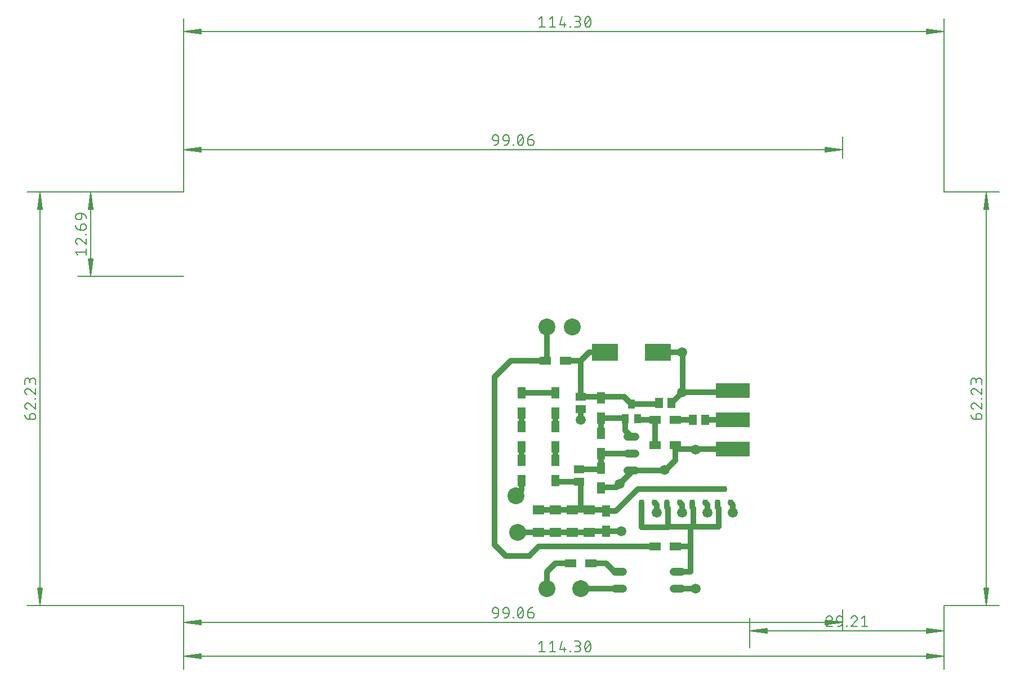
<source format=gbr>
G04 EAGLE Gerber RS-274X export*
G75*
%MOMM*%
%FSLAX34Y34*%
%LPD*%
%INTop Copper*%
%IPPOS*%
%AMOC8*
5,1,8,0,0,1.08239X$1,22.5*%
G01*
%ADD10C,0.130000*%
%ADD11C,0.152400*%
%ADD12C,1.219200*%
%ADD13R,1.000000X1.400000*%
%ADD14R,1.200000X1.800000*%
%ADD15R,1.800000X1.200000*%
%ADD16R,1.500000X1.300000*%
%ADD17R,1.800000X1.400000*%
%ADD18R,4.000000X2.500000*%
%ADD19R,1.300000X1.500000*%
%ADD20R,0.787400X0.889000*%
%ADD21C,2.540000*%
%ADD22R,5.080000X2.286000*%
%ADD23C,1.500000*%
%ADD24C,0.812800*%


D10*
X0Y0D02*
X-235400Y0D01*
X-235400Y622300D02*
X0Y622300D01*
X-215900Y621650D02*
X-215900Y650D01*
X-219092Y26000D01*
X-212708Y26000D01*
X-215900Y650D01*
X-217200Y26000D01*
X-214600Y26000D02*
X-215900Y650D01*
X-218500Y26000D01*
X-213300Y26000D02*
X-215900Y650D01*
X-219092Y596300D02*
X-215900Y621650D01*
X-219092Y596300D02*
X-212708Y596300D01*
X-215900Y621650D01*
X-217200Y596300D01*
X-214600Y596300D02*
X-215900Y621650D01*
X-218500Y596300D01*
X-213300Y596300D02*
X-215900Y621650D01*
D11*
X-231438Y285510D02*
X-231438Y280091D01*
X-231438Y285510D02*
X-231436Y285628D01*
X-231430Y285746D01*
X-231421Y285864D01*
X-231407Y285981D01*
X-231390Y286098D01*
X-231369Y286215D01*
X-231344Y286330D01*
X-231315Y286445D01*
X-231282Y286559D01*
X-231246Y286671D01*
X-231206Y286782D01*
X-231163Y286892D01*
X-231116Y287001D01*
X-231066Y287108D01*
X-231011Y287213D01*
X-230954Y287316D01*
X-230893Y287417D01*
X-230829Y287517D01*
X-230762Y287614D01*
X-230692Y287709D01*
X-230618Y287801D01*
X-230542Y287892D01*
X-230462Y287979D01*
X-230380Y288064D01*
X-230295Y288146D01*
X-230208Y288226D01*
X-230117Y288302D01*
X-230025Y288376D01*
X-229930Y288446D01*
X-229833Y288513D01*
X-229733Y288577D01*
X-229632Y288638D01*
X-229529Y288695D01*
X-229424Y288750D01*
X-229317Y288800D01*
X-229208Y288847D01*
X-229098Y288890D01*
X-228987Y288930D01*
X-228875Y288966D01*
X-228761Y288999D01*
X-228646Y289028D01*
X-228531Y289053D01*
X-228414Y289074D01*
X-228297Y289091D01*
X-228180Y289105D01*
X-228062Y289114D01*
X-227944Y289120D01*
X-227826Y289122D01*
X-226923Y289122D01*
X-226923Y289123D02*
X-226790Y289121D01*
X-226658Y289115D01*
X-226526Y289105D01*
X-226394Y289092D01*
X-226262Y289074D01*
X-226132Y289053D01*
X-226001Y289028D01*
X-225872Y288999D01*
X-225744Y288966D01*
X-225616Y288930D01*
X-225490Y288890D01*
X-225365Y288846D01*
X-225241Y288798D01*
X-225119Y288747D01*
X-224998Y288692D01*
X-224879Y288634D01*
X-224761Y288572D01*
X-224646Y288507D01*
X-224532Y288438D01*
X-224421Y288367D01*
X-224312Y288291D01*
X-224205Y288213D01*
X-224100Y288132D01*
X-223998Y288047D01*
X-223898Y287960D01*
X-223801Y287870D01*
X-223706Y287777D01*
X-223615Y287681D01*
X-223526Y287583D01*
X-223440Y287482D01*
X-223357Y287378D01*
X-223277Y287272D01*
X-223201Y287164D01*
X-223127Y287054D01*
X-223057Y286941D01*
X-222990Y286827D01*
X-222927Y286710D01*
X-222867Y286592D01*
X-222810Y286472D01*
X-222757Y286350D01*
X-222708Y286227D01*
X-222662Y286103D01*
X-222620Y285977D01*
X-222582Y285850D01*
X-222547Y285722D01*
X-222516Y285593D01*
X-222489Y285464D01*
X-222466Y285333D01*
X-222446Y285202D01*
X-222431Y285070D01*
X-222419Y284938D01*
X-222411Y284806D01*
X-222407Y284673D01*
X-222407Y284541D01*
X-222411Y284408D01*
X-222419Y284276D01*
X-222431Y284144D01*
X-222446Y284012D01*
X-222466Y283881D01*
X-222489Y283750D01*
X-222516Y283621D01*
X-222547Y283492D01*
X-222582Y283364D01*
X-222620Y283237D01*
X-222662Y283111D01*
X-222708Y282987D01*
X-222757Y282864D01*
X-222810Y282742D01*
X-222867Y282622D01*
X-222927Y282504D01*
X-222990Y282387D01*
X-223057Y282273D01*
X-223127Y282160D01*
X-223201Y282050D01*
X-223277Y281942D01*
X-223357Y281836D01*
X-223440Y281732D01*
X-223526Y281631D01*
X-223615Y281533D01*
X-223706Y281437D01*
X-223801Y281344D01*
X-223898Y281254D01*
X-223998Y281167D01*
X-224100Y281082D01*
X-224205Y281001D01*
X-224312Y280923D01*
X-224421Y280847D01*
X-224532Y280776D01*
X-224646Y280707D01*
X-224761Y280642D01*
X-224879Y280580D01*
X-224998Y280522D01*
X-225119Y280467D01*
X-225241Y280416D01*
X-225365Y280368D01*
X-225490Y280324D01*
X-225616Y280284D01*
X-225744Y280248D01*
X-225872Y280215D01*
X-226001Y280186D01*
X-226132Y280161D01*
X-226262Y280140D01*
X-226394Y280122D01*
X-226526Y280109D01*
X-226658Y280099D01*
X-226790Y280093D01*
X-226923Y280091D01*
X-231438Y280091D01*
X-231613Y280093D01*
X-231787Y280099D01*
X-231961Y280110D01*
X-232135Y280125D01*
X-232309Y280144D01*
X-232482Y280167D01*
X-232654Y280194D01*
X-232826Y280226D01*
X-232997Y280261D01*
X-233167Y280301D01*
X-233336Y280345D01*
X-233504Y280393D01*
X-233671Y280445D01*
X-233836Y280501D01*
X-234000Y280561D01*
X-234163Y280624D01*
X-234323Y280692D01*
X-234483Y280764D01*
X-234640Y280839D01*
X-234796Y280919D01*
X-234949Y281002D01*
X-235101Y281088D01*
X-235250Y281179D01*
X-235397Y281273D01*
X-235542Y281370D01*
X-235685Y281471D01*
X-235825Y281575D01*
X-235962Y281683D01*
X-236097Y281794D01*
X-236229Y281908D01*
X-236358Y282025D01*
X-236485Y282146D01*
X-236608Y282269D01*
X-236729Y282396D01*
X-236846Y282525D01*
X-236960Y282657D01*
X-237071Y282792D01*
X-237179Y282929D01*
X-237283Y283069D01*
X-237384Y283212D01*
X-237481Y283357D01*
X-237575Y283504D01*
X-237666Y283653D01*
X-237752Y283805D01*
X-237835Y283958D01*
X-237915Y284114D01*
X-237990Y284271D01*
X-238062Y284431D01*
X-238130Y284591D01*
X-238193Y284754D01*
X-238253Y284918D01*
X-238309Y285083D01*
X-238361Y285250D01*
X-238409Y285418D01*
X-238453Y285587D01*
X-238493Y285757D01*
X-238528Y285928D01*
X-238560Y286100D01*
X-238587Y286272D01*
X-238610Y286445D01*
X-238629Y286619D01*
X-238644Y286793D01*
X-238655Y286967D01*
X-238661Y287141D01*
X-238663Y287316D01*
X-238663Y300690D02*
X-238661Y300815D01*
X-238655Y300940D01*
X-238646Y301065D01*
X-238632Y301189D01*
X-238615Y301313D01*
X-238594Y301437D01*
X-238569Y301559D01*
X-238540Y301681D01*
X-238508Y301802D01*
X-238472Y301922D01*
X-238432Y302041D01*
X-238389Y302158D01*
X-238342Y302274D01*
X-238291Y302389D01*
X-238237Y302501D01*
X-238179Y302613D01*
X-238119Y302722D01*
X-238054Y302829D01*
X-237987Y302935D01*
X-237916Y303038D01*
X-237842Y303139D01*
X-237765Y303238D01*
X-237685Y303334D01*
X-237602Y303428D01*
X-237517Y303519D01*
X-237428Y303608D01*
X-237337Y303693D01*
X-237243Y303776D01*
X-237147Y303856D01*
X-237048Y303933D01*
X-236947Y304007D01*
X-236844Y304078D01*
X-236738Y304145D01*
X-236631Y304210D01*
X-236522Y304270D01*
X-236410Y304328D01*
X-236298Y304382D01*
X-236183Y304433D01*
X-236067Y304480D01*
X-235950Y304523D01*
X-235831Y304563D01*
X-235711Y304599D01*
X-235590Y304631D01*
X-235468Y304660D01*
X-235346Y304685D01*
X-235222Y304706D01*
X-235098Y304723D01*
X-234974Y304737D01*
X-234849Y304746D01*
X-234724Y304752D01*
X-234599Y304754D01*
X-238663Y300690D02*
X-238661Y300547D01*
X-238655Y300405D01*
X-238645Y300262D01*
X-238632Y300120D01*
X-238614Y299979D01*
X-238593Y299837D01*
X-238568Y299697D01*
X-238539Y299557D01*
X-238506Y299418D01*
X-238469Y299280D01*
X-238429Y299143D01*
X-238385Y299008D01*
X-238337Y298873D01*
X-238285Y298740D01*
X-238230Y298608D01*
X-238171Y298478D01*
X-238109Y298350D01*
X-238043Y298223D01*
X-237974Y298098D01*
X-237902Y297975D01*
X-237826Y297855D01*
X-237747Y297736D01*
X-237664Y297619D01*
X-237579Y297505D01*
X-237490Y297393D01*
X-237399Y297284D01*
X-237304Y297177D01*
X-237207Y297072D01*
X-237106Y296971D01*
X-237003Y296872D01*
X-236898Y296776D01*
X-236789Y296683D01*
X-236678Y296593D01*
X-236565Y296506D01*
X-236450Y296422D01*
X-236332Y296342D01*
X-236212Y296264D01*
X-236090Y296190D01*
X-235966Y296120D01*
X-235840Y296052D01*
X-235712Y295989D01*
X-235583Y295928D01*
X-235452Y295871D01*
X-235320Y295818D01*
X-235186Y295769D01*
X-235051Y295723D01*
X-231438Y303398D02*
X-231530Y303492D01*
X-231624Y303582D01*
X-231721Y303670D01*
X-231821Y303755D01*
X-231923Y303837D01*
X-232028Y303916D01*
X-232135Y303991D01*
X-232244Y304063D01*
X-232355Y304132D01*
X-232469Y304198D01*
X-232584Y304260D01*
X-232701Y304319D01*
X-232820Y304374D01*
X-232940Y304425D01*
X-233062Y304473D01*
X-233185Y304518D01*
X-233309Y304558D01*
X-233435Y304595D01*
X-233562Y304628D01*
X-233689Y304657D01*
X-233818Y304683D01*
X-233947Y304704D01*
X-234077Y304722D01*
X-234207Y304735D01*
X-234337Y304745D01*
X-234468Y304751D01*
X-234599Y304753D01*
X-231438Y303399D02*
X-222407Y295723D01*
X-222407Y304754D01*
X-222407Y310728D02*
X-223310Y310728D01*
X-223310Y311631D01*
X-222407Y311631D01*
X-222407Y310728D01*
X-234599Y326637D02*
X-234724Y326635D01*
X-234849Y326629D01*
X-234974Y326620D01*
X-235098Y326606D01*
X-235222Y326589D01*
X-235346Y326568D01*
X-235468Y326543D01*
X-235590Y326514D01*
X-235711Y326482D01*
X-235831Y326446D01*
X-235950Y326406D01*
X-236067Y326363D01*
X-236183Y326316D01*
X-236298Y326265D01*
X-236410Y326211D01*
X-236522Y326153D01*
X-236631Y326093D01*
X-236738Y326028D01*
X-236844Y325961D01*
X-236947Y325890D01*
X-237048Y325816D01*
X-237147Y325739D01*
X-237243Y325659D01*
X-237337Y325576D01*
X-237428Y325491D01*
X-237517Y325402D01*
X-237602Y325311D01*
X-237685Y325217D01*
X-237765Y325121D01*
X-237842Y325022D01*
X-237916Y324921D01*
X-237987Y324818D01*
X-238054Y324712D01*
X-238119Y324605D01*
X-238179Y324496D01*
X-238237Y324384D01*
X-238291Y324272D01*
X-238342Y324157D01*
X-238389Y324041D01*
X-238432Y323924D01*
X-238472Y323805D01*
X-238508Y323685D01*
X-238540Y323564D01*
X-238569Y323442D01*
X-238594Y323320D01*
X-238615Y323196D01*
X-238632Y323072D01*
X-238646Y322948D01*
X-238655Y322823D01*
X-238661Y322698D01*
X-238663Y322573D01*
X-238661Y322430D01*
X-238655Y322288D01*
X-238645Y322145D01*
X-238632Y322003D01*
X-238614Y321862D01*
X-238593Y321720D01*
X-238568Y321580D01*
X-238539Y321440D01*
X-238506Y321301D01*
X-238469Y321163D01*
X-238429Y321026D01*
X-238385Y320891D01*
X-238337Y320756D01*
X-238285Y320623D01*
X-238230Y320491D01*
X-238171Y320361D01*
X-238109Y320233D01*
X-238043Y320106D01*
X-237974Y319981D01*
X-237902Y319858D01*
X-237826Y319738D01*
X-237747Y319619D01*
X-237664Y319502D01*
X-237579Y319388D01*
X-237490Y319276D01*
X-237399Y319167D01*
X-237304Y319060D01*
X-237207Y318955D01*
X-237106Y318854D01*
X-237003Y318755D01*
X-236898Y318659D01*
X-236789Y318566D01*
X-236678Y318476D01*
X-236565Y318389D01*
X-236450Y318305D01*
X-236332Y318225D01*
X-236212Y318147D01*
X-236090Y318073D01*
X-235966Y318003D01*
X-235840Y317935D01*
X-235712Y317872D01*
X-235583Y317811D01*
X-235452Y317754D01*
X-235320Y317701D01*
X-235186Y317652D01*
X-235051Y317606D01*
X-231438Y325282D02*
X-231530Y325376D01*
X-231624Y325466D01*
X-231721Y325554D01*
X-231821Y325639D01*
X-231923Y325721D01*
X-232028Y325800D01*
X-232135Y325875D01*
X-232244Y325947D01*
X-232355Y326016D01*
X-232469Y326082D01*
X-232584Y326144D01*
X-232701Y326203D01*
X-232820Y326258D01*
X-232940Y326309D01*
X-233062Y326357D01*
X-233185Y326402D01*
X-233309Y326442D01*
X-233435Y326479D01*
X-233562Y326512D01*
X-233689Y326541D01*
X-233818Y326567D01*
X-233947Y326588D01*
X-234077Y326606D01*
X-234207Y326619D01*
X-234337Y326629D01*
X-234468Y326635D01*
X-234599Y326637D01*
X-231438Y325283D02*
X-222407Y317606D01*
X-222407Y326637D01*
X-222407Y333237D02*
X-222407Y337753D01*
X-222409Y337886D01*
X-222415Y338018D01*
X-222425Y338150D01*
X-222438Y338282D01*
X-222456Y338414D01*
X-222477Y338544D01*
X-222502Y338675D01*
X-222531Y338804D01*
X-222564Y338932D01*
X-222600Y339060D01*
X-222640Y339186D01*
X-222684Y339311D01*
X-222732Y339435D01*
X-222783Y339557D01*
X-222838Y339678D01*
X-222896Y339797D01*
X-222958Y339915D01*
X-223023Y340030D01*
X-223092Y340144D01*
X-223163Y340255D01*
X-223239Y340364D01*
X-223317Y340471D01*
X-223398Y340576D01*
X-223483Y340678D01*
X-223570Y340778D01*
X-223660Y340875D01*
X-223753Y340970D01*
X-223849Y341061D01*
X-223947Y341150D01*
X-224048Y341236D01*
X-224152Y341319D01*
X-224258Y341399D01*
X-224366Y341475D01*
X-224476Y341549D01*
X-224589Y341619D01*
X-224703Y341686D01*
X-224820Y341749D01*
X-224938Y341809D01*
X-225058Y341866D01*
X-225180Y341919D01*
X-225303Y341968D01*
X-225427Y342014D01*
X-225553Y342056D01*
X-225680Y342094D01*
X-225808Y342129D01*
X-225937Y342160D01*
X-226066Y342187D01*
X-226197Y342210D01*
X-226328Y342230D01*
X-226460Y342245D01*
X-226592Y342257D01*
X-226724Y342265D01*
X-226857Y342269D01*
X-226989Y342269D01*
X-227122Y342265D01*
X-227254Y342257D01*
X-227386Y342245D01*
X-227518Y342230D01*
X-227649Y342210D01*
X-227780Y342187D01*
X-227909Y342160D01*
X-228038Y342129D01*
X-228166Y342094D01*
X-228293Y342056D01*
X-228419Y342014D01*
X-228543Y341968D01*
X-228666Y341919D01*
X-228788Y341866D01*
X-228908Y341809D01*
X-229026Y341749D01*
X-229143Y341686D01*
X-229257Y341619D01*
X-229370Y341549D01*
X-229480Y341475D01*
X-229588Y341399D01*
X-229694Y341319D01*
X-229798Y341236D01*
X-229899Y341150D01*
X-229997Y341061D01*
X-230093Y340970D01*
X-230186Y340875D01*
X-230276Y340778D01*
X-230363Y340678D01*
X-230448Y340576D01*
X-230529Y340471D01*
X-230607Y340364D01*
X-230683Y340255D01*
X-230754Y340144D01*
X-230823Y340030D01*
X-230888Y339915D01*
X-230950Y339797D01*
X-231008Y339678D01*
X-231063Y339557D01*
X-231114Y339435D01*
X-231162Y339311D01*
X-231206Y339186D01*
X-231246Y339060D01*
X-231282Y338932D01*
X-231315Y338804D01*
X-231344Y338675D01*
X-231369Y338544D01*
X-231390Y338414D01*
X-231408Y338282D01*
X-231421Y338150D01*
X-231431Y338018D01*
X-231437Y337886D01*
X-231439Y337753D01*
X-238663Y338656D02*
X-238663Y333237D01*
X-238663Y338656D02*
X-238661Y338775D01*
X-238655Y338895D01*
X-238645Y339014D01*
X-238631Y339132D01*
X-238614Y339251D01*
X-238592Y339368D01*
X-238567Y339485D01*
X-238537Y339600D01*
X-238504Y339715D01*
X-238467Y339829D01*
X-238427Y339941D01*
X-238382Y340052D01*
X-238334Y340161D01*
X-238283Y340269D01*
X-238228Y340375D01*
X-238169Y340479D01*
X-238107Y340581D01*
X-238042Y340681D01*
X-237973Y340779D01*
X-237901Y340875D01*
X-237826Y340968D01*
X-237749Y341058D01*
X-237668Y341146D01*
X-237584Y341231D01*
X-237497Y341313D01*
X-237408Y341393D01*
X-237316Y341469D01*
X-237222Y341543D01*
X-237125Y341613D01*
X-237027Y341680D01*
X-236926Y341744D01*
X-236822Y341804D01*
X-236717Y341861D01*
X-236610Y341914D01*
X-236502Y341964D01*
X-236392Y342010D01*
X-236280Y342052D01*
X-236167Y342091D01*
X-236053Y342126D01*
X-235938Y342157D01*
X-235821Y342185D01*
X-235704Y342208D01*
X-235587Y342228D01*
X-235468Y342244D01*
X-235349Y342256D01*
X-235230Y342264D01*
X-235111Y342268D01*
X-234991Y342268D01*
X-234872Y342264D01*
X-234753Y342256D01*
X-234634Y342244D01*
X-234515Y342228D01*
X-234398Y342208D01*
X-234281Y342185D01*
X-234164Y342157D01*
X-234049Y342126D01*
X-233935Y342091D01*
X-233822Y342052D01*
X-233710Y342010D01*
X-233600Y341964D01*
X-233492Y341914D01*
X-233385Y341861D01*
X-233280Y341804D01*
X-233176Y341744D01*
X-233075Y341680D01*
X-232977Y341613D01*
X-232880Y341543D01*
X-232786Y341469D01*
X-232694Y341393D01*
X-232605Y341313D01*
X-232518Y341231D01*
X-232434Y341146D01*
X-232353Y341058D01*
X-232276Y340968D01*
X-232201Y340875D01*
X-232129Y340779D01*
X-232060Y340681D01*
X-231995Y340581D01*
X-231933Y340479D01*
X-231874Y340375D01*
X-231819Y340269D01*
X-231768Y340161D01*
X-231720Y340052D01*
X-231675Y339941D01*
X-231635Y339829D01*
X-231598Y339715D01*
X-231565Y339600D01*
X-231535Y339485D01*
X-231510Y339368D01*
X-231488Y339251D01*
X-231471Y339132D01*
X-231457Y339014D01*
X-231447Y338895D01*
X-231441Y338775D01*
X-231439Y338656D01*
X-231438Y338656D02*
X-231438Y335044D01*
D10*
X0Y0D02*
X0Y-95700D01*
X1143000Y-95700D02*
X1143000Y0D01*
X1142350Y-76200D02*
X650Y-76200D01*
X26000Y-73008D01*
X26000Y-79392D01*
X650Y-76200D01*
X26000Y-74900D01*
X26000Y-77500D02*
X650Y-76200D01*
X26000Y-73600D01*
X26000Y-78800D02*
X650Y-76200D01*
X1117000Y-73008D02*
X1142350Y-76200D01*
X1117000Y-73008D02*
X1117000Y-79392D01*
X1142350Y-76200D01*
X1117000Y-74900D01*
X1117000Y-77500D02*
X1142350Y-76200D01*
X1117000Y-73600D01*
X1117000Y-78800D02*
X1142350Y-76200D01*
D11*
X538798Y-53437D02*
X534282Y-57049D01*
X538798Y-53437D02*
X538798Y-69693D01*
X534282Y-69693D02*
X543314Y-69693D01*
X549914Y-57049D02*
X554429Y-53437D01*
X554429Y-69693D01*
X549914Y-69693D02*
X558945Y-69693D01*
X565545Y-66081D02*
X569157Y-53437D01*
X565545Y-66081D02*
X574576Y-66081D01*
X571867Y-62468D02*
X571867Y-69693D01*
X580551Y-69693D02*
X580551Y-68790D01*
X581454Y-68790D01*
X581454Y-69693D01*
X580551Y-69693D01*
X587429Y-69693D02*
X591944Y-69693D01*
X592077Y-69691D01*
X592209Y-69685D01*
X592341Y-69675D01*
X592473Y-69662D01*
X592605Y-69644D01*
X592735Y-69623D01*
X592866Y-69598D01*
X592995Y-69569D01*
X593123Y-69536D01*
X593251Y-69500D01*
X593377Y-69460D01*
X593502Y-69416D01*
X593626Y-69368D01*
X593748Y-69317D01*
X593869Y-69262D01*
X593988Y-69204D01*
X594106Y-69142D01*
X594221Y-69077D01*
X594335Y-69008D01*
X594446Y-68937D01*
X594555Y-68861D01*
X594662Y-68783D01*
X594767Y-68702D01*
X594869Y-68617D01*
X594969Y-68530D01*
X595066Y-68440D01*
X595161Y-68347D01*
X595252Y-68251D01*
X595341Y-68153D01*
X595427Y-68052D01*
X595510Y-67948D01*
X595590Y-67842D01*
X595666Y-67734D01*
X595740Y-67624D01*
X595810Y-67511D01*
X595877Y-67397D01*
X595940Y-67280D01*
X596000Y-67162D01*
X596057Y-67042D01*
X596110Y-66920D01*
X596159Y-66797D01*
X596205Y-66673D01*
X596247Y-66547D01*
X596285Y-66420D01*
X596320Y-66292D01*
X596351Y-66163D01*
X596378Y-66034D01*
X596401Y-65903D01*
X596421Y-65772D01*
X596436Y-65640D01*
X596448Y-65508D01*
X596456Y-65376D01*
X596460Y-65243D01*
X596460Y-65111D01*
X596456Y-64978D01*
X596448Y-64846D01*
X596436Y-64714D01*
X596421Y-64582D01*
X596401Y-64451D01*
X596378Y-64320D01*
X596351Y-64191D01*
X596320Y-64062D01*
X596285Y-63934D01*
X596247Y-63807D01*
X596205Y-63681D01*
X596159Y-63557D01*
X596110Y-63434D01*
X596057Y-63312D01*
X596000Y-63192D01*
X595940Y-63074D01*
X595877Y-62957D01*
X595810Y-62843D01*
X595740Y-62730D01*
X595666Y-62620D01*
X595590Y-62512D01*
X595510Y-62406D01*
X595427Y-62302D01*
X595341Y-62201D01*
X595252Y-62103D01*
X595161Y-62007D01*
X595066Y-61914D01*
X594969Y-61824D01*
X594869Y-61737D01*
X594767Y-61652D01*
X594662Y-61571D01*
X594555Y-61493D01*
X594446Y-61417D01*
X594335Y-61346D01*
X594221Y-61277D01*
X594106Y-61212D01*
X593988Y-61150D01*
X593869Y-61092D01*
X593748Y-61037D01*
X593626Y-60986D01*
X593502Y-60938D01*
X593377Y-60894D01*
X593251Y-60854D01*
X593123Y-60818D01*
X592995Y-60785D01*
X592866Y-60756D01*
X592735Y-60731D01*
X592605Y-60710D01*
X592473Y-60692D01*
X592341Y-60679D01*
X592209Y-60669D01*
X592077Y-60663D01*
X591944Y-60661D01*
X592847Y-53437D02*
X587429Y-53437D01*
X592847Y-53437D02*
X592966Y-53439D01*
X593086Y-53445D01*
X593205Y-53455D01*
X593323Y-53469D01*
X593442Y-53486D01*
X593559Y-53508D01*
X593676Y-53533D01*
X593791Y-53563D01*
X593906Y-53596D01*
X594020Y-53633D01*
X594132Y-53673D01*
X594243Y-53718D01*
X594352Y-53766D01*
X594460Y-53817D01*
X594566Y-53872D01*
X594670Y-53931D01*
X594772Y-53993D01*
X594872Y-54058D01*
X594970Y-54127D01*
X595066Y-54199D01*
X595159Y-54274D01*
X595249Y-54351D01*
X595337Y-54432D01*
X595422Y-54516D01*
X595504Y-54603D01*
X595584Y-54692D01*
X595660Y-54784D01*
X595734Y-54878D01*
X595804Y-54975D01*
X595871Y-55073D01*
X595935Y-55174D01*
X595995Y-55278D01*
X596052Y-55383D01*
X596105Y-55490D01*
X596155Y-55598D01*
X596201Y-55708D01*
X596243Y-55820D01*
X596282Y-55933D01*
X596317Y-56047D01*
X596348Y-56162D01*
X596376Y-56279D01*
X596399Y-56396D01*
X596419Y-56513D01*
X596435Y-56632D01*
X596447Y-56751D01*
X596455Y-56870D01*
X596459Y-56989D01*
X596459Y-57109D01*
X596455Y-57228D01*
X596447Y-57347D01*
X596435Y-57466D01*
X596419Y-57585D01*
X596399Y-57702D01*
X596376Y-57819D01*
X596348Y-57936D01*
X596317Y-58051D01*
X596282Y-58165D01*
X596243Y-58278D01*
X596201Y-58390D01*
X596155Y-58500D01*
X596105Y-58608D01*
X596052Y-58715D01*
X595995Y-58820D01*
X595935Y-58924D01*
X595871Y-59025D01*
X595804Y-59123D01*
X595734Y-59220D01*
X595660Y-59314D01*
X595584Y-59406D01*
X595504Y-59495D01*
X595422Y-59582D01*
X595337Y-59666D01*
X595249Y-59747D01*
X595159Y-59824D01*
X595066Y-59899D01*
X594970Y-59971D01*
X594872Y-60040D01*
X594772Y-60105D01*
X594670Y-60167D01*
X594566Y-60226D01*
X594460Y-60281D01*
X594352Y-60332D01*
X594243Y-60380D01*
X594132Y-60425D01*
X594020Y-60465D01*
X593906Y-60502D01*
X593791Y-60535D01*
X593676Y-60565D01*
X593559Y-60590D01*
X593442Y-60612D01*
X593323Y-60629D01*
X593205Y-60643D01*
X593086Y-60653D01*
X592966Y-60659D01*
X592847Y-60661D01*
X592847Y-60662D02*
X589235Y-60662D01*
X603060Y-61565D02*
X603064Y-61245D01*
X603075Y-60926D01*
X603094Y-60606D01*
X603121Y-60288D01*
X603155Y-59970D01*
X603197Y-59653D01*
X603247Y-59337D01*
X603304Y-59022D01*
X603368Y-58709D01*
X603440Y-58397D01*
X603519Y-58087D01*
X603606Y-57780D01*
X603700Y-57474D01*
X603801Y-57171D01*
X603910Y-56870D01*
X604025Y-56572D01*
X604148Y-56276D01*
X604278Y-55984D01*
X604415Y-55695D01*
X604415Y-55694D02*
X604454Y-55586D01*
X604497Y-55479D01*
X604543Y-55374D01*
X604593Y-55271D01*
X604647Y-55169D01*
X604704Y-55069D01*
X604765Y-54971D01*
X604829Y-54875D01*
X604896Y-54782D01*
X604966Y-54691D01*
X605040Y-54602D01*
X605116Y-54516D01*
X605196Y-54433D01*
X605278Y-54352D01*
X605363Y-54274D01*
X605450Y-54200D01*
X605541Y-54128D01*
X605633Y-54059D01*
X605728Y-53994D01*
X605825Y-53932D01*
X605924Y-53873D01*
X606025Y-53818D01*
X606128Y-53767D01*
X606233Y-53719D01*
X606339Y-53674D01*
X606446Y-53633D01*
X606555Y-53596D01*
X606666Y-53563D01*
X606777Y-53534D01*
X606889Y-53508D01*
X607002Y-53486D01*
X607116Y-53469D01*
X607230Y-53455D01*
X607345Y-53445D01*
X607460Y-53439D01*
X607575Y-53437D01*
X607690Y-53439D01*
X607805Y-53445D01*
X607920Y-53455D01*
X608034Y-53469D01*
X608148Y-53486D01*
X608261Y-53508D01*
X608373Y-53534D01*
X608485Y-53563D01*
X608595Y-53596D01*
X608704Y-53633D01*
X608812Y-53674D01*
X608918Y-53719D01*
X609023Y-53767D01*
X609125Y-53818D01*
X609227Y-53874D01*
X609326Y-53932D01*
X609423Y-53994D01*
X609518Y-54060D01*
X609610Y-54128D01*
X609700Y-54200D01*
X609788Y-54274D01*
X609873Y-54352D01*
X609955Y-54433D01*
X610034Y-54516D01*
X610111Y-54602D01*
X610184Y-54691D01*
X610255Y-54782D01*
X610322Y-54876D01*
X610386Y-54971D01*
X610447Y-55069D01*
X610504Y-55169D01*
X610557Y-55271D01*
X610608Y-55375D01*
X610654Y-55480D01*
X610697Y-55587D01*
X610736Y-55695D01*
X610873Y-55984D01*
X611003Y-56276D01*
X611126Y-56572D01*
X611241Y-56870D01*
X611350Y-57171D01*
X611451Y-57474D01*
X611545Y-57780D01*
X611632Y-58087D01*
X611711Y-58397D01*
X611783Y-58709D01*
X611847Y-59022D01*
X611904Y-59337D01*
X611954Y-59653D01*
X611996Y-59970D01*
X612030Y-60288D01*
X612057Y-60606D01*
X612076Y-60926D01*
X612087Y-61245D01*
X612091Y-61565D01*
X603060Y-61565D02*
X603064Y-61885D01*
X603075Y-62204D01*
X603094Y-62524D01*
X603121Y-62842D01*
X603155Y-63160D01*
X603197Y-63477D01*
X603247Y-63793D01*
X603304Y-64108D01*
X603368Y-64421D01*
X603440Y-64733D01*
X603519Y-65043D01*
X603606Y-65350D01*
X603700Y-65656D01*
X603801Y-65959D01*
X603910Y-66260D01*
X604025Y-66558D01*
X604148Y-66854D01*
X604278Y-67146D01*
X604415Y-67435D01*
X604414Y-67436D02*
X604453Y-67544D01*
X604496Y-67651D01*
X604542Y-67756D01*
X604593Y-67860D01*
X604646Y-67962D01*
X604703Y-68062D01*
X604764Y-68160D01*
X604828Y-68255D01*
X604895Y-68349D01*
X604966Y-68440D01*
X605039Y-68529D01*
X605116Y-68615D01*
X605195Y-68698D01*
X605277Y-68779D01*
X605362Y-68857D01*
X605450Y-68931D01*
X605540Y-69003D01*
X605633Y-69072D01*
X605727Y-69137D01*
X605824Y-69199D01*
X605924Y-69257D01*
X606025Y-69313D01*
X606127Y-69364D01*
X606232Y-69412D01*
X606338Y-69457D01*
X606446Y-69498D01*
X606555Y-69535D01*
X606665Y-69568D01*
X606777Y-69597D01*
X606889Y-69623D01*
X607002Y-69645D01*
X607116Y-69662D01*
X607230Y-69676D01*
X607345Y-69686D01*
X607460Y-69692D01*
X607575Y-69694D01*
X610735Y-67435D02*
X610872Y-67146D01*
X611002Y-66854D01*
X611125Y-66558D01*
X611240Y-66260D01*
X611349Y-65959D01*
X611450Y-65656D01*
X611544Y-65350D01*
X611631Y-65043D01*
X611710Y-64733D01*
X611782Y-64421D01*
X611846Y-64108D01*
X611903Y-63793D01*
X611953Y-63477D01*
X611995Y-63160D01*
X612029Y-62842D01*
X612056Y-62524D01*
X612075Y-62204D01*
X612086Y-61885D01*
X612090Y-61565D01*
X610736Y-67435D02*
X610697Y-67543D01*
X610654Y-67650D01*
X610608Y-67755D01*
X610557Y-67859D01*
X610504Y-67961D01*
X610447Y-68061D01*
X610386Y-68159D01*
X610322Y-68254D01*
X610255Y-68348D01*
X610184Y-68439D01*
X610111Y-68528D01*
X610034Y-68614D01*
X609955Y-68697D01*
X609873Y-68778D01*
X609788Y-68856D01*
X609700Y-68930D01*
X609610Y-69002D01*
X609517Y-69071D01*
X609423Y-69136D01*
X609326Y-69198D01*
X609226Y-69256D01*
X609125Y-69312D01*
X609022Y-69363D01*
X608918Y-69411D01*
X608812Y-69456D01*
X608704Y-69497D01*
X608595Y-69534D01*
X608485Y-69567D01*
X608373Y-69596D01*
X608261Y-69622D01*
X608148Y-69644D01*
X608034Y-69661D01*
X607920Y-69675D01*
X607805Y-69685D01*
X607690Y-69691D01*
X607575Y-69693D01*
X603963Y-66081D02*
X611188Y-57049D01*
D10*
X0Y622300D02*
X0Y883100D01*
X1143000Y883100D02*
X1143000Y622300D01*
X1142350Y863600D02*
X650Y863600D01*
X26000Y866792D01*
X26000Y860408D01*
X650Y863600D01*
X26000Y864900D01*
X26000Y862300D02*
X650Y863600D01*
X26000Y866200D01*
X26000Y861000D02*
X650Y863600D01*
X1117000Y866792D02*
X1142350Y863600D01*
X1117000Y866792D02*
X1117000Y860408D01*
X1142350Y863600D01*
X1117000Y864900D01*
X1117000Y862300D02*
X1142350Y863600D01*
X1117000Y866200D01*
X1117000Y861000D02*
X1142350Y863600D01*
D11*
X538798Y886363D02*
X534282Y882751D01*
X538798Y886363D02*
X538798Y870107D01*
X534282Y870107D02*
X543314Y870107D01*
X549914Y882751D02*
X554429Y886363D01*
X554429Y870107D01*
X549914Y870107D02*
X558945Y870107D01*
X565545Y873719D02*
X569157Y886363D01*
X565545Y873719D02*
X574576Y873719D01*
X571867Y877332D02*
X571867Y870107D01*
X580551Y870107D02*
X580551Y871010D01*
X581454Y871010D01*
X581454Y870107D01*
X580551Y870107D01*
X587429Y870107D02*
X591944Y870107D01*
X592077Y870109D01*
X592209Y870115D01*
X592341Y870125D01*
X592473Y870138D01*
X592605Y870156D01*
X592735Y870177D01*
X592866Y870202D01*
X592995Y870231D01*
X593123Y870264D01*
X593251Y870300D01*
X593377Y870340D01*
X593502Y870384D01*
X593626Y870432D01*
X593748Y870483D01*
X593869Y870538D01*
X593988Y870596D01*
X594106Y870658D01*
X594221Y870723D01*
X594335Y870792D01*
X594446Y870863D01*
X594555Y870939D01*
X594662Y871017D01*
X594767Y871098D01*
X594869Y871183D01*
X594969Y871270D01*
X595066Y871360D01*
X595161Y871453D01*
X595252Y871549D01*
X595341Y871647D01*
X595427Y871748D01*
X595510Y871852D01*
X595590Y871958D01*
X595666Y872066D01*
X595740Y872176D01*
X595810Y872289D01*
X595877Y872403D01*
X595940Y872520D01*
X596000Y872638D01*
X596057Y872758D01*
X596110Y872880D01*
X596159Y873003D01*
X596205Y873127D01*
X596247Y873253D01*
X596285Y873380D01*
X596320Y873508D01*
X596351Y873637D01*
X596378Y873766D01*
X596401Y873897D01*
X596421Y874028D01*
X596436Y874160D01*
X596448Y874292D01*
X596456Y874424D01*
X596460Y874557D01*
X596460Y874689D01*
X596456Y874822D01*
X596448Y874954D01*
X596436Y875086D01*
X596421Y875218D01*
X596401Y875349D01*
X596378Y875480D01*
X596351Y875609D01*
X596320Y875738D01*
X596285Y875866D01*
X596247Y875993D01*
X596205Y876119D01*
X596159Y876243D01*
X596110Y876366D01*
X596057Y876488D01*
X596000Y876608D01*
X595940Y876726D01*
X595877Y876843D01*
X595810Y876957D01*
X595740Y877070D01*
X595666Y877180D01*
X595590Y877288D01*
X595510Y877394D01*
X595427Y877498D01*
X595341Y877599D01*
X595252Y877697D01*
X595161Y877793D01*
X595066Y877886D01*
X594969Y877976D01*
X594869Y878063D01*
X594767Y878148D01*
X594662Y878229D01*
X594555Y878307D01*
X594446Y878383D01*
X594335Y878454D01*
X594221Y878523D01*
X594106Y878588D01*
X593988Y878650D01*
X593869Y878708D01*
X593748Y878763D01*
X593626Y878814D01*
X593502Y878862D01*
X593377Y878906D01*
X593251Y878946D01*
X593123Y878982D01*
X592995Y879015D01*
X592866Y879044D01*
X592735Y879069D01*
X592605Y879090D01*
X592473Y879108D01*
X592341Y879121D01*
X592209Y879131D01*
X592077Y879137D01*
X591944Y879139D01*
X592847Y886363D02*
X587429Y886363D01*
X592847Y886363D02*
X592966Y886361D01*
X593086Y886355D01*
X593205Y886345D01*
X593323Y886331D01*
X593442Y886314D01*
X593559Y886292D01*
X593676Y886267D01*
X593791Y886237D01*
X593906Y886204D01*
X594020Y886167D01*
X594132Y886127D01*
X594243Y886082D01*
X594352Y886034D01*
X594460Y885983D01*
X594566Y885928D01*
X594670Y885869D01*
X594772Y885807D01*
X594872Y885742D01*
X594970Y885673D01*
X595066Y885601D01*
X595159Y885526D01*
X595249Y885449D01*
X595337Y885368D01*
X595422Y885284D01*
X595504Y885197D01*
X595584Y885108D01*
X595660Y885016D01*
X595734Y884922D01*
X595804Y884825D01*
X595871Y884727D01*
X595935Y884626D01*
X595995Y884522D01*
X596052Y884417D01*
X596105Y884310D01*
X596155Y884202D01*
X596201Y884092D01*
X596243Y883980D01*
X596282Y883867D01*
X596317Y883753D01*
X596348Y883638D01*
X596376Y883521D01*
X596399Y883404D01*
X596419Y883287D01*
X596435Y883168D01*
X596447Y883049D01*
X596455Y882930D01*
X596459Y882811D01*
X596459Y882691D01*
X596455Y882572D01*
X596447Y882453D01*
X596435Y882334D01*
X596419Y882215D01*
X596399Y882098D01*
X596376Y881981D01*
X596348Y881864D01*
X596317Y881749D01*
X596282Y881635D01*
X596243Y881522D01*
X596201Y881410D01*
X596155Y881300D01*
X596105Y881192D01*
X596052Y881085D01*
X595995Y880980D01*
X595935Y880876D01*
X595871Y880775D01*
X595804Y880677D01*
X595734Y880580D01*
X595660Y880486D01*
X595584Y880394D01*
X595504Y880305D01*
X595422Y880218D01*
X595337Y880134D01*
X595249Y880053D01*
X595159Y879976D01*
X595066Y879901D01*
X594970Y879829D01*
X594872Y879760D01*
X594772Y879695D01*
X594670Y879633D01*
X594566Y879574D01*
X594460Y879519D01*
X594352Y879468D01*
X594243Y879420D01*
X594132Y879375D01*
X594020Y879335D01*
X593906Y879298D01*
X593791Y879265D01*
X593676Y879235D01*
X593559Y879210D01*
X593442Y879188D01*
X593323Y879171D01*
X593205Y879157D01*
X593086Y879147D01*
X592966Y879141D01*
X592847Y879139D01*
X592847Y879138D02*
X589235Y879138D01*
X603060Y878235D02*
X603064Y878555D01*
X603075Y878874D01*
X603094Y879194D01*
X603121Y879512D01*
X603155Y879830D01*
X603197Y880147D01*
X603247Y880463D01*
X603304Y880778D01*
X603368Y881091D01*
X603440Y881403D01*
X603519Y881713D01*
X603606Y882020D01*
X603700Y882326D01*
X603801Y882629D01*
X603910Y882930D01*
X604025Y883228D01*
X604148Y883524D01*
X604278Y883816D01*
X604415Y884105D01*
X604414Y884106D02*
X604453Y884214D01*
X604496Y884321D01*
X604542Y884426D01*
X604593Y884530D01*
X604646Y884632D01*
X604703Y884732D01*
X604764Y884830D01*
X604828Y884925D01*
X604895Y885019D01*
X604966Y885110D01*
X605039Y885199D01*
X605116Y885285D01*
X605195Y885368D01*
X605277Y885449D01*
X605362Y885527D01*
X605450Y885601D01*
X605540Y885673D01*
X605632Y885741D01*
X605727Y885807D01*
X605824Y885869D01*
X605923Y885927D01*
X606025Y885983D01*
X606127Y886034D01*
X606232Y886082D01*
X606338Y886127D01*
X606446Y886168D01*
X606555Y886205D01*
X606665Y886238D01*
X606777Y886267D01*
X606889Y886293D01*
X607002Y886315D01*
X607116Y886332D01*
X607230Y886346D01*
X607345Y886356D01*
X607460Y886362D01*
X607575Y886364D01*
X607575Y886363D02*
X607690Y886361D01*
X607805Y886355D01*
X607920Y886345D01*
X608034Y886331D01*
X608148Y886314D01*
X608261Y886292D01*
X608373Y886266D01*
X608485Y886237D01*
X608595Y886204D01*
X608704Y886167D01*
X608812Y886126D01*
X608918Y886081D01*
X609023Y886033D01*
X609125Y885982D01*
X609226Y885926D01*
X609326Y885868D01*
X609423Y885806D01*
X609517Y885741D01*
X609610Y885672D01*
X609700Y885600D01*
X609788Y885526D01*
X609873Y885448D01*
X609955Y885367D01*
X610034Y885284D01*
X610111Y885198D01*
X610184Y885109D01*
X610255Y885018D01*
X610322Y884924D01*
X610386Y884829D01*
X610447Y884731D01*
X610504Y884631D01*
X610557Y884529D01*
X610608Y884425D01*
X610654Y884320D01*
X610697Y884213D01*
X610736Y884105D01*
X610873Y883816D01*
X611003Y883524D01*
X611126Y883228D01*
X611241Y882930D01*
X611350Y882629D01*
X611451Y882326D01*
X611545Y882020D01*
X611632Y881713D01*
X611711Y881403D01*
X611783Y881091D01*
X611847Y880778D01*
X611904Y880463D01*
X611954Y880147D01*
X611996Y879830D01*
X612030Y879512D01*
X612057Y879194D01*
X612076Y878874D01*
X612087Y878555D01*
X612091Y878235D01*
X603060Y878235D02*
X603064Y877915D01*
X603075Y877596D01*
X603094Y877276D01*
X603121Y876958D01*
X603155Y876640D01*
X603197Y876323D01*
X603247Y876007D01*
X603304Y875692D01*
X603368Y875379D01*
X603440Y875067D01*
X603519Y874757D01*
X603606Y874450D01*
X603700Y874144D01*
X603801Y873841D01*
X603910Y873540D01*
X604025Y873242D01*
X604148Y872946D01*
X604278Y872654D01*
X604415Y872365D01*
X604414Y872365D02*
X604453Y872257D01*
X604496Y872150D01*
X604542Y872045D01*
X604593Y871941D01*
X604646Y871839D01*
X604703Y871739D01*
X604764Y871641D01*
X604828Y871546D01*
X604895Y871452D01*
X604966Y871361D01*
X605039Y871272D01*
X605116Y871186D01*
X605195Y871103D01*
X605277Y871022D01*
X605362Y870944D01*
X605450Y870870D01*
X605540Y870798D01*
X605633Y870729D01*
X605727Y870664D01*
X605824Y870602D01*
X605924Y870544D01*
X606025Y870488D01*
X606127Y870437D01*
X606232Y870389D01*
X606338Y870344D01*
X606446Y870303D01*
X606555Y870266D01*
X606665Y870233D01*
X606777Y870204D01*
X606889Y870178D01*
X607002Y870156D01*
X607116Y870139D01*
X607230Y870125D01*
X607345Y870115D01*
X607460Y870109D01*
X607575Y870107D01*
X610735Y872365D02*
X610872Y872654D01*
X611002Y872946D01*
X611125Y873242D01*
X611240Y873540D01*
X611349Y873841D01*
X611450Y874144D01*
X611544Y874450D01*
X611631Y874757D01*
X611710Y875067D01*
X611782Y875379D01*
X611846Y875692D01*
X611903Y876007D01*
X611953Y876323D01*
X611995Y876640D01*
X612029Y876958D01*
X612056Y877276D01*
X612075Y877596D01*
X612086Y877915D01*
X612090Y878235D01*
X610736Y872365D02*
X610697Y872257D01*
X610654Y872150D01*
X610608Y872045D01*
X610557Y871941D01*
X610504Y871839D01*
X610447Y871739D01*
X610386Y871641D01*
X610322Y871546D01*
X610255Y871452D01*
X610184Y871361D01*
X610111Y871272D01*
X610034Y871186D01*
X609955Y871103D01*
X609873Y871022D01*
X609788Y870944D01*
X609700Y870870D01*
X609610Y870798D01*
X609517Y870729D01*
X609423Y870664D01*
X609326Y870602D01*
X609226Y870544D01*
X609125Y870488D01*
X609022Y870437D01*
X608918Y870389D01*
X608812Y870344D01*
X608704Y870303D01*
X608595Y870266D01*
X608485Y870233D01*
X608373Y870204D01*
X608261Y870178D01*
X608148Y870156D01*
X608034Y870139D01*
X607920Y870125D01*
X607805Y870115D01*
X607690Y870109D01*
X607575Y870107D01*
X603963Y873719D02*
X611188Y882751D01*
D10*
X1143000Y622300D02*
X1226000Y622300D01*
X1226000Y0D02*
X1143000Y0D01*
X1206500Y650D02*
X1206500Y621650D01*
X1203308Y596300D01*
X1209692Y596300D01*
X1206500Y621650D01*
X1205200Y596300D01*
X1207800Y596300D02*
X1206500Y621650D01*
X1203900Y596300D01*
X1209100Y596300D02*
X1206500Y621650D01*
X1203308Y26000D02*
X1206500Y650D01*
X1203308Y26000D02*
X1209692Y26000D01*
X1206500Y650D01*
X1205200Y26000D01*
X1207800Y26000D02*
X1206500Y650D01*
X1203900Y26000D01*
X1209100Y26000D02*
X1206500Y650D01*
D11*
X1190962Y280091D02*
X1190962Y285510D01*
X1190964Y285628D01*
X1190970Y285746D01*
X1190979Y285864D01*
X1190993Y285981D01*
X1191010Y286098D01*
X1191031Y286215D01*
X1191056Y286330D01*
X1191085Y286445D01*
X1191118Y286559D01*
X1191154Y286671D01*
X1191194Y286782D01*
X1191237Y286892D01*
X1191284Y287001D01*
X1191334Y287108D01*
X1191389Y287213D01*
X1191446Y287316D01*
X1191507Y287417D01*
X1191571Y287517D01*
X1191638Y287614D01*
X1191708Y287709D01*
X1191782Y287801D01*
X1191858Y287892D01*
X1191938Y287979D01*
X1192020Y288064D01*
X1192105Y288146D01*
X1192192Y288226D01*
X1192283Y288302D01*
X1192375Y288376D01*
X1192470Y288446D01*
X1192567Y288513D01*
X1192667Y288577D01*
X1192768Y288638D01*
X1192871Y288695D01*
X1192976Y288750D01*
X1193083Y288800D01*
X1193192Y288847D01*
X1193302Y288890D01*
X1193413Y288930D01*
X1193525Y288966D01*
X1193639Y288999D01*
X1193754Y289028D01*
X1193869Y289053D01*
X1193986Y289074D01*
X1194103Y289091D01*
X1194220Y289105D01*
X1194338Y289114D01*
X1194456Y289120D01*
X1194574Y289122D01*
X1195477Y289122D01*
X1195477Y289123D02*
X1195610Y289121D01*
X1195742Y289115D01*
X1195874Y289105D01*
X1196006Y289092D01*
X1196138Y289074D01*
X1196268Y289053D01*
X1196399Y289028D01*
X1196528Y288999D01*
X1196656Y288966D01*
X1196784Y288930D01*
X1196910Y288890D01*
X1197035Y288846D01*
X1197159Y288798D01*
X1197281Y288747D01*
X1197402Y288692D01*
X1197521Y288634D01*
X1197639Y288572D01*
X1197754Y288507D01*
X1197868Y288438D01*
X1197979Y288367D01*
X1198088Y288291D01*
X1198195Y288213D01*
X1198300Y288132D01*
X1198402Y288047D01*
X1198502Y287960D01*
X1198599Y287870D01*
X1198694Y287777D01*
X1198785Y287681D01*
X1198874Y287583D01*
X1198960Y287482D01*
X1199043Y287378D01*
X1199123Y287272D01*
X1199199Y287164D01*
X1199273Y287054D01*
X1199343Y286941D01*
X1199410Y286827D01*
X1199473Y286710D01*
X1199533Y286592D01*
X1199590Y286472D01*
X1199643Y286350D01*
X1199692Y286227D01*
X1199738Y286103D01*
X1199780Y285977D01*
X1199818Y285850D01*
X1199853Y285722D01*
X1199884Y285593D01*
X1199911Y285464D01*
X1199934Y285333D01*
X1199954Y285202D01*
X1199969Y285070D01*
X1199981Y284938D01*
X1199989Y284806D01*
X1199993Y284673D01*
X1199993Y284541D01*
X1199989Y284408D01*
X1199981Y284276D01*
X1199969Y284144D01*
X1199954Y284012D01*
X1199934Y283881D01*
X1199911Y283750D01*
X1199884Y283621D01*
X1199853Y283492D01*
X1199818Y283364D01*
X1199780Y283237D01*
X1199738Y283111D01*
X1199692Y282987D01*
X1199643Y282864D01*
X1199590Y282742D01*
X1199533Y282622D01*
X1199473Y282504D01*
X1199410Y282387D01*
X1199343Y282273D01*
X1199273Y282160D01*
X1199199Y282050D01*
X1199123Y281942D01*
X1199043Y281836D01*
X1198960Y281732D01*
X1198874Y281631D01*
X1198785Y281533D01*
X1198694Y281437D01*
X1198599Y281344D01*
X1198502Y281254D01*
X1198402Y281167D01*
X1198300Y281082D01*
X1198195Y281001D01*
X1198088Y280923D01*
X1197979Y280847D01*
X1197868Y280776D01*
X1197754Y280707D01*
X1197639Y280642D01*
X1197521Y280580D01*
X1197402Y280522D01*
X1197281Y280467D01*
X1197159Y280416D01*
X1197035Y280368D01*
X1196910Y280324D01*
X1196784Y280284D01*
X1196656Y280248D01*
X1196528Y280215D01*
X1196399Y280186D01*
X1196268Y280161D01*
X1196138Y280140D01*
X1196006Y280122D01*
X1195874Y280109D01*
X1195742Y280099D01*
X1195610Y280093D01*
X1195477Y280091D01*
X1190962Y280091D01*
X1190785Y280093D01*
X1190607Y280100D01*
X1190430Y280111D01*
X1190254Y280126D01*
X1190078Y280145D01*
X1189902Y280169D01*
X1189727Y280197D01*
X1189552Y280230D01*
X1189379Y280267D01*
X1189206Y280308D01*
X1189035Y280353D01*
X1188865Y280402D01*
X1188696Y280456D01*
X1188528Y280513D01*
X1188362Y280575D01*
X1188197Y280641D01*
X1188034Y280711D01*
X1187873Y280785D01*
X1187714Y280862D01*
X1187556Y280944D01*
X1187401Y281030D01*
X1187248Y281119D01*
X1187097Y281212D01*
X1186948Y281309D01*
X1186802Y281409D01*
X1186658Y281513D01*
X1186517Y281620D01*
X1186379Y281731D01*
X1186243Y281845D01*
X1186110Y281963D01*
X1185980Y282083D01*
X1185853Y282207D01*
X1185729Y282334D01*
X1185609Y282464D01*
X1185491Y282597D01*
X1185377Y282732D01*
X1185266Y282871D01*
X1185159Y283012D01*
X1185055Y283156D01*
X1184955Y283302D01*
X1184858Y283451D01*
X1184765Y283602D01*
X1184676Y283755D01*
X1184590Y283910D01*
X1184508Y284068D01*
X1184431Y284227D01*
X1184357Y284388D01*
X1184287Y284551D01*
X1184221Y284716D01*
X1184159Y284882D01*
X1184102Y285050D01*
X1184048Y285219D01*
X1183999Y285389D01*
X1183954Y285560D01*
X1183913Y285733D01*
X1183876Y285906D01*
X1183843Y286081D01*
X1183815Y286256D01*
X1183791Y286432D01*
X1183772Y286608D01*
X1183757Y286784D01*
X1183746Y286961D01*
X1183739Y287139D01*
X1183737Y287316D01*
X1183737Y300690D02*
X1183739Y300815D01*
X1183745Y300940D01*
X1183754Y301065D01*
X1183768Y301189D01*
X1183785Y301313D01*
X1183806Y301437D01*
X1183831Y301559D01*
X1183860Y301681D01*
X1183892Y301802D01*
X1183928Y301922D01*
X1183968Y302041D01*
X1184011Y302158D01*
X1184058Y302274D01*
X1184109Y302389D01*
X1184163Y302501D01*
X1184221Y302613D01*
X1184281Y302722D01*
X1184346Y302829D01*
X1184413Y302935D01*
X1184484Y303038D01*
X1184558Y303139D01*
X1184635Y303238D01*
X1184715Y303334D01*
X1184798Y303428D01*
X1184883Y303519D01*
X1184972Y303608D01*
X1185063Y303693D01*
X1185157Y303776D01*
X1185253Y303856D01*
X1185352Y303933D01*
X1185453Y304007D01*
X1185556Y304078D01*
X1185662Y304145D01*
X1185769Y304210D01*
X1185878Y304270D01*
X1185990Y304328D01*
X1186102Y304382D01*
X1186217Y304433D01*
X1186333Y304480D01*
X1186450Y304523D01*
X1186569Y304563D01*
X1186689Y304599D01*
X1186810Y304631D01*
X1186932Y304660D01*
X1187054Y304685D01*
X1187178Y304706D01*
X1187302Y304723D01*
X1187426Y304737D01*
X1187551Y304746D01*
X1187676Y304752D01*
X1187801Y304754D01*
X1183737Y300690D02*
X1183739Y300547D01*
X1183745Y300405D01*
X1183755Y300262D01*
X1183768Y300120D01*
X1183786Y299979D01*
X1183807Y299837D01*
X1183832Y299697D01*
X1183861Y299557D01*
X1183894Y299418D01*
X1183931Y299280D01*
X1183971Y299143D01*
X1184015Y299008D01*
X1184063Y298873D01*
X1184115Y298740D01*
X1184170Y298608D01*
X1184229Y298478D01*
X1184291Y298350D01*
X1184357Y298223D01*
X1184426Y298098D01*
X1184498Y297975D01*
X1184574Y297854D01*
X1184653Y297736D01*
X1184736Y297619D01*
X1184821Y297505D01*
X1184910Y297393D01*
X1185001Y297284D01*
X1185096Y297177D01*
X1185193Y297072D01*
X1185294Y296971D01*
X1185397Y296872D01*
X1185502Y296776D01*
X1185611Y296683D01*
X1185722Y296593D01*
X1185835Y296506D01*
X1185950Y296422D01*
X1186068Y296342D01*
X1186188Y296264D01*
X1186310Y296190D01*
X1186434Y296120D01*
X1186560Y296052D01*
X1186688Y295989D01*
X1186817Y295928D01*
X1186948Y295871D01*
X1187080Y295818D01*
X1187214Y295769D01*
X1187349Y295723D01*
X1190962Y303399D02*
X1190870Y303493D01*
X1190776Y303583D01*
X1190679Y303671D01*
X1190579Y303756D01*
X1190477Y303838D01*
X1190372Y303916D01*
X1190265Y303992D01*
X1190156Y304064D01*
X1190045Y304133D01*
X1189931Y304199D01*
X1189816Y304261D01*
X1189699Y304320D01*
X1189580Y304375D01*
X1189460Y304426D01*
X1189338Y304474D01*
X1189215Y304519D01*
X1189091Y304559D01*
X1188965Y304596D01*
X1188838Y304629D01*
X1188711Y304658D01*
X1188582Y304684D01*
X1188453Y304705D01*
X1188323Y304723D01*
X1188193Y304736D01*
X1188063Y304746D01*
X1187932Y304752D01*
X1187801Y304754D01*
X1190962Y303399D02*
X1199993Y295723D01*
X1199993Y304754D01*
X1199993Y310728D02*
X1199090Y310728D01*
X1199090Y311631D01*
X1199993Y311631D01*
X1199993Y310728D01*
X1187801Y326637D02*
X1187676Y326635D01*
X1187551Y326629D01*
X1187426Y326620D01*
X1187302Y326606D01*
X1187178Y326589D01*
X1187054Y326568D01*
X1186932Y326543D01*
X1186810Y326514D01*
X1186689Y326482D01*
X1186569Y326446D01*
X1186450Y326406D01*
X1186333Y326363D01*
X1186217Y326316D01*
X1186102Y326265D01*
X1185990Y326211D01*
X1185878Y326153D01*
X1185769Y326093D01*
X1185662Y326028D01*
X1185556Y325961D01*
X1185453Y325890D01*
X1185352Y325816D01*
X1185253Y325739D01*
X1185157Y325659D01*
X1185063Y325576D01*
X1184972Y325491D01*
X1184883Y325402D01*
X1184798Y325311D01*
X1184715Y325217D01*
X1184635Y325121D01*
X1184558Y325022D01*
X1184484Y324921D01*
X1184413Y324818D01*
X1184346Y324712D01*
X1184281Y324605D01*
X1184221Y324496D01*
X1184163Y324384D01*
X1184109Y324272D01*
X1184058Y324157D01*
X1184011Y324041D01*
X1183968Y323924D01*
X1183928Y323805D01*
X1183892Y323685D01*
X1183860Y323564D01*
X1183831Y323442D01*
X1183806Y323320D01*
X1183785Y323196D01*
X1183768Y323072D01*
X1183754Y322948D01*
X1183745Y322823D01*
X1183739Y322698D01*
X1183737Y322573D01*
X1183739Y322430D01*
X1183745Y322288D01*
X1183755Y322145D01*
X1183768Y322003D01*
X1183786Y321862D01*
X1183807Y321720D01*
X1183832Y321580D01*
X1183861Y321440D01*
X1183894Y321301D01*
X1183931Y321163D01*
X1183971Y321026D01*
X1184015Y320891D01*
X1184063Y320756D01*
X1184115Y320623D01*
X1184170Y320491D01*
X1184229Y320361D01*
X1184291Y320233D01*
X1184357Y320106D01*
X1184426Y319981D01*
X1184498Y319858D01*
X1184574Y319737D01*
X1184653Y319619D01*
X1184736Y319502D01*
X1184821Y319388D01*
X1184910Y319276D01*
X1185001Y319167D01*
X1185096Y319060D01*
X1185193Y318955D01*
X1185294Y318854D01*
X1185397Y318755D01*
X1185502Y318659D01*
X1185611Y318566D01*
X1185722Y318476D01*
X1185835Y318389D01*
X1185950Y318305D01*
X1186068Y318225D01*
X1186188Y318147D01*
X1186310Y318073D01*
X1186434Y318003D01*
X1186560Y317935D01*
X1186688Y317872D01*
X1186817Y317811D01*
X1186948Y317754D01*
X1187080Y317701D01*
X1187214Y317652D01*
X1187349Y317606D01*
X1190962Y325282D02*
X1190870Y325376D01*
X1190776Y325466D01*
X1190679Y325554D01*
X1190579Y325639D01*
X1190477Y325721D01*
X1190372Y325799D01*
X1190265Y325875D01*
X1190156Y325947D01*
X1190045Y326016D01*
X1189931Y326082D01*
X1189816Y326144D01*
X1189699Y326203D01*
X1189580Y326258D01*
X1189460Y326309D01*
X1189338Y326357D01*
X1189215Y326402D01*
X1189091Y326442D01*
X1188965Y326479D01*
X1188838Y326512D01*
X1188711Y326541D01*
X1188582Y326567D01*
X1188453Y326588D01*
X1188323Y326606D01*
X1188193Y326619D01*
X1188063Y326629D01*
X1187932Y326635D01*
X1187801Y326637D01*
X1190962Y325283D02*
X1199993Y317606D01*
X1199993Y326637D01*
X1199993Y333237D02*
X1199993Y337753D01*
X1199991Y337886D01*
X1199985Y338018D01*
X1199975Y338150D01*
X1199962Y338282D01*
X1199944Y338414D01*
X1199923Y338544D01*
X1199898Y338675D01*
X1199869Y338804D01*
X1199836Y338932D01*
X1199800Y339060D01*
X1199760Y339186D01*
X1199716Y339311D01*
X1199668Y339435D01*
X1199617Y339557D01*
X1199562Y339678D01*
X1199504Y339797D01*
X1199442Y339915D01*
X1199377Y340030D01*
X1199308Y340144D01*
X1199237Y340255D01*
X1199161Y340364D01*
X1199083Y340471D01*
X1199002Y340576D01*
X1198917Y340678D01*
X1198830Y340778D01*
X1198740Y340875D01*
X1198647Y340970D01*
X1198551Y341061D01*
X1198453Y341150D01*
X1198352Y341236D01*
X1198248Y341319D01*
X1198142Y341399D01*
X1198034Y341475D01*
X1197924Y341549D01*
X1197811Y341619D01*
X1197697Y341686D01*
X1197580Y341749D01*
X1197462Y341809D01*
X1197342Y341866D01*
X1197220Y341919D01*
X1197097Y341968D01*
X1196973Y342014D01*
X1196847Y342056D01*
X1196720Y342094D01*
X1196592Y342129D01*
X1196463Y342160D01*
X1196334Y342187D01*
X1196203Y342210D01*
X1196072Y342230D01*
X1195940Y342245D01*
X1195808Y342257D01*
X1195676Y342265D01*
X1195543Y342269D01*
X1195411Y342269D01*
X1195278Y342265D01*
X1195146Y342257D01*
X1195014Y342245D01*
X1194882Y342230D01*
X1194751Y342210D01*
X1194620Y342187D01*
X1194491Y342160D01*
X1194362Y342129D01*
X1194234Y342094D01*
X1194107Y342056D01*
X1193981Y342014D01*
X1193857Y341968D01*
X1193734Y341919D01*
X1193612Y341866D01*
X1193492Y341809D01*
X1193374Y341749D01*
X1193257Y341686D01*
X1193143Y341619D01*
X1193030Y341549D01*
X1192920Y341475D01*
X1192812Y341399D01*
X1192706Y341319D01*
X1192602Y341236D01*
X1192501Y341150D01*
X1192403Y341061D01*
X1192307Y340970D01*
X1192214Y340875D01*
X1192124Y340778D01*
X1192037Y340678D01*
X1191952Y340576D01*
X1191871Y340471D01*
X1191793Y340364D01*
X1191717Y340255D01*
X1191646Y340144D01*
X1191577Y340030D01*
X1191512Y339915D01*
X1191450Y339797D01*
X1191392Y339678D01*
X1191337Y339557D01*
X1191286Y339435D01*
X1191238Y339311D01*
X1191194Y339186D01*
X1191154Y339060D01*
X1191118Y338932D01*
X1191085Y338804D01*
X1191056Y338675D01*
X1191031Y338544D01*
X1191010Y338414D01*
X1190992Y338282D01*
X1190979Y338150D01*
X1190969Y338018D01*
X1190963Y337886D01*
X1190961Y337753D01*
X1183737Y338656D02*
X1183737Y333237D01*
X1183737Y338656D02*
X1183739Y338775D01*
X1183745Y338895D01*
X1183755Y339014D01*
X1183769Y339132D01*
X1183786Y339251D01*
X1183808Y339368D01*
X1183833Y339485D01*
X1183863Y339600D01*
X1183896Y339715D01*
X1183933Y339829D01*
X1183973Y339941D01*
X1184018Y340052D01*
X1184066Y340161D01*
X1184117Y340269D01*
X1184172Y340375D01*
X1184231Y340479D01*
X1184293Y340581D01*
X1184358Y340681D01*
X1184427Y340779D01*
X1184499Y340875D01*
X1184574Y340968D01*
X1184651Y341058D01*
X1184732Y341146D01*
X1184816Y341231D01*
X1184903Y341313D01*
X1184992Y341393D01*
X1185084Y341469D01*
X1185178Y341543D01*
X1185275Y341613D01*
X1185373Y341680D01*
X1185474Y341744D01*
X1185578Y341804D01*
X1185683Y341861D01*
X1185790Y341914D01*
X1185898Y341964D01*
X1186008Y342010D01*
X1186120Y342052D01*
X1186233Y342091D01*
X1186347Y342126D01*
X1186462Y342157D01*
X1186579Y342185D01*
X1186696Y342208D01*
X1186813Y342228D01*
X1186932Y342244D01*
X1187051Y342256D01*
X1187170Y342264D01*
X1187289Y342268D01*
X1187409Y342268D01*
X1187528Y342264D01*
X1187647Y342256D01*
X1187766Y342244D01*
X1187885Y342228D01*
X1188002Y342208D01*
X1188119Y342185D01*
X1188236Y342157D01*
X1188351Y342126D01*
X1188465Y342091D01*
X1188578Y342052D01*
X1188690Y342010D01*
X1188800Y341964D01*
X1188908Y341914D01*
X1189015Y341861D01*
X1189120Y341804D01*
X1189224Y341744D01*
X1189325Y341680D01*
X1189423Y341613D01*
X1189520Y341543D01*
X1189614Y341469D01*
X1189706Y341393D01*
X1189795Y341313D01*
X1189882Y341231D01*
X1189966Y341146D01*
X1190047Y341058D01*
X1190124Y340968D01*
X1190199Y340875D01*
X1190271Y340779D01*
X1190340Y340681D01*
X1190405Y340581D01*
X1190467Y340479D01*
X1190526Y340375D01*
X1190581Y340269D01*
X1190632Y340161D01*
X1190680Y340052D01*
X1190725Y339941D01*
X1190765Y339829D01*
X1190802Y339715D01*
X1190835Y339600D01*
X1190865Y339485D01*
X1190890Y339368D01*
X1190912Y339251D01*
X1190929Y339132D01*
X1190943Y339014D01*
X1190953Y338895D01*
X1190959Y338775D01*
X1190961Y338656D01*
X1190962Y338656D02*
X1190962Y335044D01*
D10*
X0Y622200D02*
X-159200Y622200D01*
X-159200Y495300D02*
X0Y495300D01*
X-139700Y495950D02*
X-139700Y621550D01*
X-142892Y596200D01*
X-136508Y596200D01*
X-139700Y621550D01*
X-141000Y596200D01*
X-138400Y596200D02*
X-139700Y621550D01*
X-142300Y596200D01*
X-137100Y596200D02*
X-139700Y621550D01*
X-142892Y521300D02*
X-139700Y495950D01*
X-142892Y521300D02*
X-136508Y521300D01*
X-139700Y495950D01*
X-141000Y521300D01*
X-138400Y521300D02*
X-139700Y495950D01*
X-142300Y521300D01*
X-137100Y521300D02*
X-139700Y495950D01*
D11*
X-158851Y527691D02*
X-162463Y532207D01*
X-146207Y532207D01*
X-146207Y536722D02*
X-146207Y527691D01*
X-162463Y548290D02*
X-162461Y548415D01*
X-162455Y548540D01*
X-162446Y548665D01*
X-162432Y548789D01*
X-162415Y548913D01*
X-162394Y549037D01*
X-162369Y549159D01*
X-162340Y549281D01*
X-162308Y549402D01*
X-162272Y549522D01*
X-162232Y549641D01*
X-162189Y549758D01*
X-162142Y549874D01*
X-162091Y549989D01*
X-162037Y550101D01*
X-161979Y550213D01*
X-161919Y550322D01*
X-161854Y550429D01*
X-161787Y550535D01*
X-161716Y550638D01*
X-161642Y550739D01*
X-161565Y550838D01*
X-161485Y550934D01*
X-161402Y551028D01*
X-161317Y551119D01*
X-161228Y551208D01*
X-161137Y551293D01*
X-161043Y551376D01*
X-160947Y551456D01*
X-160848Y551533D01*
X-160747Y551607D01*
X-160644Y551678D01*
X-160538Y551745D01*
X-160431Y551810D01*
X-160322Y551870D01*
X-160210Y551928D01*
X-160098Y551982D01*
X-159983Y552033D01*
X-159867Y552080D01*
X-159750Y552123D01*
X-159631Y552163D01*
X-159511Y552199D01*
X-159390Y552231D01*
X-159268Y552260D01*
X-159146Y552285D01*
X-159022Y552306D01*
X-158898Y552323D01*
X-158774Y552337D01*
X-158649Y552346D01*
X-158524Y552352D01*
X-158399Y552354D01*
X-162463Y548290D02*
X-162461Y548147D01*
X-162455Y548005D01*
X-162445Y547862D01*
X-162432Y547720D01*
X-162414Y547579D01*
X-162393Y547437D01*
X-162368Y547297D01*
X-162339Y547157D01*
X-162306Y547018D01*
X-162269Y546880D01*
X-162229Y546743D01*
X-162185Y546608D01*
X-162137Y546473D01*
X-162085Y546340D01*
X-162030Y546208D01*
X-161971Y546078D01*
X-161909Y545950D01*
X-161843Y545823D01*
X-161774Y545698D01*
X-161702Y545575D01*
X-161626Y545455D01*
X-161547Y545336D01*
X-161464Y545219D01*
X-161379Y545105D01*
X-161290Y544993D01*
X-161199Y544884D01*
X-161104Y544777D01*
X-161007Y544672D01*
X-160906Y544571D01*
X-160803Y544472D01*
X-160698Y544376D01*
X-160589Y544283D01*
X-160478Y544193D01*
X-160365Y544106D01*
X-160250Y544022D01*
X-160132Y543942D01*
X-160012Y543864D01*
X-159890Y543790D01*
X-159766Y543720D01*
X-159640Y543652D01*
X-159512Y543589D01*
X-159383Y543528D01*
X-159252Y543471D01*
X-159120Y543418D01*
X-158986Y543369D01*
X-158851Y543323D01*
X-155238Y550998D02*
X-155330Y551092D01*
X-155424Y551182D01*
X-155521Y551270D01*
X-155621Y551355D01*
X-155723Y551437D01*
X-155828Y551516D01*
X-155935Y551591D01*
X-156044Y551663D01*
X-156155Y551732D01*
X-156269Y551798D01*
X-156384Y551860D01*
X-156501Y551919D01*
X-156620Y551974D01*
X-156740Y552025D01*
X-156862Y552073D01*
X-156985Y552118D01*
X-157109Y552158D01*
X-157235Y552195D01*
X-157362Y552228D01*
X-157489Y552257D01*
X-157618Y552283D01*
X-157747Y552304D01*
X-157877Y552322D01*
X-158007Y552335D01*
X-158137Y552345D01*
X-158268Y552351D01*
X-158399Y552353D01*
X-155238Y550999D02*
X-146207Y543323D01*
X-146207Y552354D01*
X-146207Y558328D02*
X-147110Y558328D01*
X-147110Y559231D01*
X-146207Y559231D01*
X-146207Y558328D01*
X-155238Y565206D02*
X-155238Y570625D01*
X-155236Y570743D01*
X-155230Y570861D01*
X-155221Y570979D01*
X-155207Y571096D01*
X-155190Y571213D01*
X-155169Y571330D01*
X-155144Y571445D01*
X-155115Y571560D01*
X-155082Y571674D01*
X-155046Y571786D01*
X-155006Y571897D01*
X-154963Y572007D01*
X-154916Y572116D01*
X-154866Y572223D01*
X-154811Y572328D01*
X-154754Y572431D01*
X-154693Y572532D01*
X-154629Y572632D01*
X-154562Y572729D01*
X-154492Y572824D01*
X-154418Y572916D01*
X-154342Y573007D01*
X-154262Y573094D01*
X-154180Y573179D01*
X-154095Y573261D01*
X-154008Y573341D01*
X-153917Y573417D01*
X-153825Y573491D01*
X-153730Y573561D01*
X-153633Y573628D01*
X-153533Y573692D01*
X-153432Y573753D01*
X-153329Y573810D01*
X-153224Y573865D01*
X-153117Y573915D01*
X-153008Y573962D01*
X-152898Y574005D01*
X-152787Y574045D01*
X-152675Y574081D01*
X-152561Y574114D01*
X-152446Y574143D01*
X-152331Y574168D01*
X-152214Y574189D01*
X-152097Y574206D01*
X-151980Y574220D01*
X-151862Y574229D01*
X-151744Y574235D01*
X-151626Y574237D01*
X-150723Y574237D01*
X-150723Y574238D02*
X-150590Y574236D01*
X-150458Y574230D01*
X-150326Y574220D01*
X-150194Y574207D01*
X-150062Y574189D01*
X-149932Y574168D01*
X-149801Y574143D01*
X-149672Y574114D01*
X-149544Y574081D01*
X-149416Y574045D01*
X-149290Y574005D01*
X-149165Y573961D01*
X-149041Y573913D01*
X-148919Y573862D01*
X-148798Y573807D01*
X-148679Y573749D01*
X-148561Y573687D01*
X-148446Y573622D01*
X-148332Y573553D01*
X-148221Y573482D01*
X-148112Y573406D01*
X-148005Y573328D01*
X-147900Y573247D01*
X-147798Y573162D01*
X-147698Y573075D01*
X-147601Y572985D01*
X-147506Y572892D01*
X-147415Y572796D01*
X-147326Y572698D01*
X-147240Y572597D01*
X-147157Y572493D01*
X-147077Y572387D01*
X-147001Y572279D01*
X-146927Y572169D01*
X-146857Y572056D01*
X-146790Y571942D01*
X-146727Y571825D01*
X-146667Y571707D01*
X-146610Y571587D01*
X-146557Y571465D01*
X-146508Y571342D01*
X-146462Y571218D01*
X-146420Y571092D01*
X-146382Y570965D01*
X-146347Y570837D01*
X-146316Y570708D01*
X-146289Y570579D01*
X-146266Y570448D01*
X-146246Y570317D01*
X-146231Y570185D01*
X-146219Y570053D01*
X-146211Y569921D01*
X-146207Y569788D01*
X-146207Y569656D01*
X-146211Y569523D01*
X-146219Y569391D01*
X-146231Y569259D01*
X-146246Y569127D01*
X-146266Y568996D01*
X-146289Y568865D01*
X-146316Y568736D01*
X-146347Y568607D01*
X-146382Y568479D01*
X-146420Y568352D01*
X-146462Y568226D01*
X-146508Y568102D01*
X-146557Y567979D01*
X-146610Y567857D01*
X-146667Y567737D01*
X-146727Y567619D01*
X-146790Y567502D01*
X-146857Y567388D01*
X-146927Y567275D01*
X-147001Y567165D01*
X-147077Y567057D01*
X-147157Y566951D01*
X-147240Y566847D01*
X-147326Y566746D01*
X-147415Y566648D01*
X-147506Y566552D01*
X-147601Y566459D01*
X-147698Y566369D01*
X-147798Y566282D01*
X-147900Y566197D01*
X-148005Y566116D01*
X-148112Y566038D01*
X-148221Y565962D01*
X-148332Y565891D01*
X-148446Y565822D01*
X-148561Y565757D01*
X-148679Y565695D01*
X-148798Y565637D01*
X-148919Y565582D01*
X-149041Y565531D01*
X-149165Y565483D01*
X-149290Y565439D01*
X-149416Y565399D01*
X-149544Y565363D01*
X-149672Y565330D01*
X-149801Y565301D01*
X-149932Y565276D01*
X-150062Y565255D01*
X-150194Y565237D01*
X-150326Y565224D01*
X-150458Y565214D01*
X-150590Y565208D01*
X-150723Y565206D01*
X-155238Y565206D01*
X-155413Y565208D01*
X-155587Y565214D01*
X-155761Y565225D01*
X-155935Y565240D01*
X-156109Y565259D01*
X-156282Y565282D01*
X-156454Y565309D01*
X-156626Y565341D01*
X-156797Y565376D01*
X-156967Y565416D01*
X-157136Y565460D01*
X-157304Y565508D01*
X-157471Y565560D01*
X-157636Y565616D01*
X-157800Y565676D01*
X-157963Y565739D01*
X-158123Y565807D01*
X-158283Y565879D01*
X-158440Y565954D01*
X-158596Y566034D01*
X-158749Y566117D01*
X-158901Y566203D01*
X-159050Y566294D01*
X-159197Y566388D01*
X-159342Y566485D01*
X-159485Y566586D01*
X-159625Y566690D01*
X-159762Y566798D01*
X-159897Y566909D01*
X-160029Y567023D01*
X-160158Y567140D01*
X-160285Y567261D01*
X-160408Y567384D01*
X-160529Y567511D01*
X-160646Y567640D01*
X-160760Y567772D01*
X-160871Y567907D01*
X-160979Y568044D01*
X-161083Y568184D01*
X-161184Y568327D01*
X-161281Y568472D01*
X-161375Y568619D01*
X-161466Y568768D01*
X-161552Y568920D01*
X-161635Y569073D01*
X-161715Y569229D01*
X-161790Y569386D01*
X-161862Y569546D01*
X-161930Y569706D01*
X-161993Y569869D01*
X-162053Y570033D01*
X-162109Y570198D01*
X-162161Y570365D01*
X-162209Y570533D01*
X-162253Y570702D01*
X-162293Y570872D01*
X-162328Y571043D01*
X-162360Y571215D01*
X-162387Y571387D01*
X-162410Y571560D01*
X-162429Y571734D01*
X-162444Y571908D01*
X-162455Y572082D01*
X-162461Y572256D01*
X-162463Y572431D01*
X-153432Y584450D02*
X-153432Y589869D01*
X-153432Y584450D02*
X-153434Y584332D01*
X-153440Y584214D01*
X-153449Y584096D01*
X-153463Y583979D01*
X-153480Y583862D01*
X-153501Y583745D01*
X-153526Y583630D01*
X-153555Y583515D01*
X-153588Y583401D01*
X-153624Y583289D01*
X-153664Y583178D01*
X-153707Y583068D01*
X-153754Y582959D01*
X-153804Y582852D01*
X-153859Y582747D01*
X-153916Y582644D01*
X-153977Y582543D01*
X-154041Y582443D01*
X-154108Y582346D01*
X-154178Y582251D01*
X-154252Y582159D01*
X-154328Y582068D01*
X-154408Y581981D01*
X-154490Y581896D01*
X-154575Y581814D01*
X-154662Y581734D01*
X-154753Y581658D01*
X-154845Y581584D01*
X-154940Y581514D01*
X-155037Y581447D01*
X-155137Y581383D01*
X-155238Y581322D01*
X-155341Y581265D01*
X-155446Y581210D01*
X-155553Y581160D01*
X-155662Y581113D01*
X-155772Y581070D01*
X-155883Y581030D01*
X-155995Y580994D01*
X-156109Y580961D01*
X-156224Y580932D01*
X-156339Y580907D01*
X-156456Y580886D01*
X-156573Y580869D01*
X-156690Y580855D01*
X-156808Y580846D01*
X-156926Y580840D01*
X-157044Y580838D01*
X-157044Y580837D02*
X-157947Y580837D01*
X-158080Y580839D01*
X-158212Y580845D01*
X-158344Y580855D01*
X-158476Y580868D01*
X-158608Y580886D01*
X-158738Y580907D01*
X-158869Y580932D01*
X-158998Y580961D01*
X-159126Y580994D01*
X-159254Y581030D01*
X-159380Y581070D01*
X-159505Y581114D01*
X-159629Y581162D01*
X-159751Y581213D01*
X-159872Y581268D01*
X-159991Y581326D01*
X-160109Y581388D01*
X-160224Y581453D01*
X-160338Y581522D01*
X-160449Y581593D01*
X-160558Y581669D01*
X-160665Y581747D01*
X-160770Y581828D01*
X-160872Y581913D01*
X-160972Y582000D01*
X-161069Y582090D01*
X-161164Y582183D01*
X-161255Y582279D01*
X-161344Y582377D01*
X-161430Y582478D01*
X-161513Y582582D01*
X-161593Y582688D01*
X-161669Y582796D01*
X-161743Y582906D01*
X-161813Y583019D01*
X-161880Y583133D01*
X-161943Y583250D01*
X-162003Y583368D01*
X-162060Y583488D01*
X-162113Y583610D01*
X-162162Y583733D01*
X-162208Y583857D01*
X-162250Y583983D01*
X-162288Y584110D01*
X-162323Y584238D01*
X-162354Y584367D01*
X-162381Y584496D01*
X-162404Y584627D01*
X-162424Y584758D01*
X-162439Y584890D01*
X-162451Y585022D01*
X-162459Y585154D01*
X-162463Y585287D01*
X-162463Y585419D01*
X-162459Y585552D01*
X-162451Y585684D01*
X-162439Y585816D01*
X-162424Y585948D01*
X-162404Y586079D01*
X-162381Y586210D01*
X-162354Y586339D01*
X-162323Y586468D01*
X-162288Y586596D01*
X-162250Y586723D01*
X-162208Y586849D01*
X-162162Y586973D01*
X-162113Y587096D01*
X-162060Y587218D01*
X-162003Y587338D01*
X-161943Y587456D01*
X-161880Y587573D01*
X-161813Y587687D01*
X-161743Y587800D01*
X-161669Y587910D01*
X-161593Y588018D01*
X-161513Y588124D01*
X-161430Y588228D01*
X-161344Y588329D01*
X-161255Y588427D01*
X-161164Y588523D01*
X-161069Y588616D01*
X-160972Y588706D01*
X-160872Y588793D01*
X-160770Y588878D01*
X-160665Y588959D01*
X-160558Y589037D01*
X-160449Y589113D01*
X-160338Y589184D01*
X-160224Y589253D01*
X-160109Y589318D01*
X-159991Y589380D01*
X-159872Y589438D01*
X-159751Y589493D01*
X-159629Y589544D01*
X-159505Y589592D01*
X-159380Y589636D01*
X-159254Y589676D01*
X-159126Y589712D01*
X-158998Y589745D01*
X-158869Y589774D01*
X-158738Y589799D01*
X-158608Y589820D01*
X-158476Y589838D01*
X-158344Y589851D01*
X-158212Y589861D01*
X-158080Y589867D01*
X-157947Y589869D01*
X-153432Y589869D01*
X-153257Y589867D01*
X-153083Y589861D01*
X-152909Y589850D01*
X-152735Y589835D01*
X-152561Y589816D01*
X-152388Y589793D01*
X-152216Y589766D01*
X-152044Y589734D01*
X-151873Y589699D01*
X-151703Y589659D01*
X-151534Y589615D01*
X-151366Y589567D01*
X-151199Y589515D01*
X-151034Y589459D01*
X-150870Y589399D01*
X-150707Y589336D01*
X-150547Y589268D01*
X-150387Y589196D01*
X-150230Y589121D01*
X-150074Y589041D01*
X-149921Y588958D01*
X-149769Y588872D01*
X-149620Y588781D01*
X-149473Y588687D01*
X-149328Y588590D01*
X-149185Y588489D01*
X-149045Y588385D01*
X-148908Y588277D01*
X-148773Y588166D01*
X-148641Y588052D01*
X-148512Y587935D01*
X-148385Y587814D01*
X-148262Y587691D01*
X-148141Y587564D01*
X-148024Y587435D01*
X-147910Y587303D01*
X-147799Y587168D01*
X-147691Y587031D01*
X-147587Y586891D01*
X-147486Y586748D01*
X-147389Y586603D01*
X-147295Y586456D01*
X-147204Y586307D01*
X-147118Y586155D01*
X-147035Y586002D01*
X-146955Y585846D01*
X-146880Y585689D01*
X-146808Y585529D01*
X-146740Y585369D01*
X-146677Y585206D01*
X-146617Y585042D01*
X-146561Y584877D01*
X-146509Y584710D01*
X-146461Y584542D01*
X-146417Y584373D01*
X-146377Y584203D01*
X-146342Y584032D01*
X-146310Y583860D01*
X-146283Y583688D01*
X-146260Y583515D01*
X-146241Y583341D01*
X-146226Y583167D01*
X-146215Y582993D01*
X-146209Y582819D01*
X-146207Y582644D01*
D10*
X0Y-12700D02*
X0Y-44900D01*
X990600Y-38100D02*
X990600Y-5900D01*
X989950Y-25400D02*
X650Y-25400D01*
X26000Y-22208D01*
X26000Y-28592D01*
X650Y-25400D01*
X26000Y-24100D01*
X26000Y-26700D02*
X650Y-25400D01*
X26000Y-22800D01*
X26000Y-28000D02*
X650Y-25400D01*
X964600Y-22208D02*
X989950Y-25400D01*
X964600Y-22208D02*
X964600Y-28592D01*
X989950Y-25400D01*
X964600Y-24100D01*
X964600Y-26700D02*
X989950Y-25400D01*
X964600Y-22800D01*
X964600Y-28000D02*
X989950Y-25400D01*
D11*
X473272Y-11668D02*
X467854Y-11668D01*
X467736Y-11666D01*
X467618Y-11660D01*
X467500Y-11651D01*
X467383Y-11637D01*
X467266Y-11620D01*
X467149Y-11599D01*
X467034Y-11574D01*
X466919Y-11545D01*
X466805Y-11512D01*
X466693Y-11476D01*
X466582Y-11436D01*
X466472Y-11393D01*
X466363Y-11346D01*
X466256Y-11296D01*
X466151Y-11241D01*
X466048Y-11184D01*
X465947Y-11123D01*
X465847Y-11059D01*
X465750Y-10992D01*
X465655Y-10922D01*
X465563Y-10848D01*
X465472Y-10772D01*
X465385Y-10692D01*
X465300Y-10610D01*
X465218Y-10525D01*
X465138Y-10438D01*
X465062Y-10347D01*
X464988Y-10255D01*
X464918Y-10160D01*
X464851Y-10063D01*
X464787Y-9963D01*
X464726Y-9862D01*
X464669Y-9759D01*
X464614Y-9654D01*
X464564Y-9547D01*
X464517Y-9438D01*
X464474Y-9328D01*
X464434Y-9217D01*
X464398Y-9105D01*
X464365Y-8991D01*
X464336Y-8876D01*
X464311Y-8761D01*
X464290Y-8644D01*
X464273Y-8527D01*
X464259Y-8410D01*
X464250Y-8292D01*
X464244Y-8174D01*
X464242Y-8056D01*
X464241Y-8056D02*
X464241Y-7153D01*
X464243Y-7020D01*
X464249Y-6888D01*
X464259Y-6756D01*
X464272Y-6624D01*
X464290Y-6492D01*
X464311Y-6362D01*
X464336Y-6231D01*
X464365Y-6102D01*
X464398Y-5974D01*
X464434Y-5846D01*
X464474Y-5720D01*
X464518Y-5595D01*
X464566Y-5471D01*
X464617Y-5349D01*
X464672Y-5228D01*
X464730Y-5109D01*
X464792Y-4991D01*
X464857Y-4876D01*
X464926Y-4762D01*
X464997Y-4651D01*
X465073Y-4542D01*
X465151Y-4435D01*
X465232Y-4330D01*
X465317Y-4228D01*
X465404Y-4128D01*
X465494Y-4031D01*
X465587Y-3936D01*
X465683Y-3845D01*
X465781Y-3756D01*
X465882Y-3670D01*
X465986Y-3587D01*
X466092Y-3507D01*
X466200Y-3431D01*
X466310Y-3357D01*
X466423Y-3287D01*
X466537Y-3220D01*
X466654Y-3157D01*
X466772Y-3097D01*
X466892Y-3040D01*
X467014Y-2987D01*
X467137Y-2938D01*
X467261Y-2892D01*
X467387Y-2850D01*
X467514Y-2812D01*
X467642Y-2777D01*
X467771Y-2746D01*
X467900Y-2719D01*
X468031Y-2696D01*
X468162Y-2676D01*
X468294Y-2661D01*
X468426Y-2649D01*
X468558Y-2641D01*
X468691Y-2637D01*
X468823Y-2637D01*
X468956Y-2641D01*
X469088Y-2649D01*
X469220Y-2661D01*
X469352Y-2676D01*
X469483Y-2696D01*
X469614Y-2719D01*
X469743Y-2746D01*
X469872Y-2777D01*
X470000Y-2812D01*
X470127Y-2850D01*
X470253Y-2892D01*
X470377Y-2938D01*
X470500Y-2987D01*
X470622Y-3040D01*
X470742Y-3097D01*
X470860Y-3157D01*
X470977Y-3220D01*
X471091Y-3287D01*
X471204Y-3357D01*
X471314Y-3431D01*
X471422Y-3507D01*
X471528Y-3587D01*
X471632Y-3670D01*
X471733Y-3756D01*
X471831Y-3845D01*
X471927Y-3936D01*
X472020Y-4031D01*
X472110Y-4128D01*
X472197Y-4228D01*
X472282Y-4330D01*
X472363Y-4435D01*
X472441Y-4542D01*
X472517Y-4651D01*
X472588Y-4762D01*
X472657Y-4876D01*
X472722Y-4991D01*
X472784Y-5109D01*
X472842Y-5228D01*
X472897Y-5349D01*
X472948Y-5471D01*
X472996Y-5595D01*
X473040Y-5720D01*
X473080Y-5846D01*
X473116Y-5974D01*
X473149Y-6102D01*
X473178Y-6231D01*
X473203Y-6362D01*
X473224Y-6492D01*
X473242Y-6624D01*
X473255Y-6756D01*
X473265Y-6888D01*
X473271Y-7020D01*
X473273Y-7153D01*
X473272Y-7153D02*
X473272Y-11668D01*
X473273Y-11668D02*
X473271Y-11843D01*
X473265Y-12017D01*
X473254Y-12191D01*
X473239Y-12365D01*
X473220Y-12539D01*
X473197Y-12712D01*
X473170Y-12884D01*
X473138Y-13056D01*
X473103Y-13227D01*
X473063Y-13397D01*
X473019Y-13566D01*
X472971Y-13734D01*
X472919Y-13901D01*
X472863Y-14066D01*
X472803Y-14230D01*
X472740Y-14393D01*
X472672Y-14553D01*
X472600Y-14713D01*
X472525Y-14870D01*
X472445Y-15026D01*
X472362Y-15179D01*
X472276Y-15331D01*
X472185Y-15480D01*
X472091Y-15627D01*
X471994Y-15772D01*
X471893Y-15915D01*
X471789Y-16055D01*
X471681Y-16192D01*
X471570Y-16327D01*
X471456Y-16459D01*
X471339Y-16588D01*
X471218Y-16715D01*
X471095Y-16838D01*
X470968Y-16959D01*
X470839Y-17076D01*
X470707Y-17190D01*
X470572Y-17301D01*
X470435Y-17409D01*
X470295Y-17513D01*
X470152Y-17614D01*
X470007Y-17711D01*
X469860Y-17805D01*
X469711Y-17896D01*
X469559Y-17982D01*
X469406Y-18065D01*
X469250Y-18145D01*
X469093Y-18220D01*
X468933Y-18292D01*
X468773Y-18360D01*
X468610Y-18423D01*
X468446Y-18483D01*
X468281Y-18539D01*
X468114Y-18591D01*
X467946Y-18639D01*
X467777Y-18683D01*
X467607Y-18723D01*
X467436Y-18758D01*
X467264Y-18790D01*
X467092Y-18817D01*
X466919Y-18840D01*
X466745Y-18859D01*
X466571Y-18874D01*
X466397Y-18885D01*
X466223Y-18891D01*
X466048Y-18893D01*
X483485Y-11668D02*
X488904Y-11668D01*
X483485Y-11668D02*
X483367Y-11666D01*
X483249Y-11660D01*
X483131Y-11651D01*
X483014Y-11637D01*
X482897Y-11620D01*
X482780Y-11599D01*
X482665Y-11574D01*
X482550Y-11545D01*
X482436Y-11512D01*
X482324Y-11476D01*
X482213Y-11436D01*
X482103Y-11393D01*
X481994Y-11346D01*
X481887Y-11296D01*
X481782Y-11241D01*
X481679Y-11184D01*
X481578Y-11123D01*
X481478Y-11059D01*
X481381Y-10992D01*
X481286Y-10922D01*
X481194Y-10848D01*
X481103Y-10772D01*
X481016Y-10692D01*
X480931Y-10610D01*
X480849Y-10525D01*
X480769Y-10438D01*
X480693Y-10347D01*
X480619Y-10255D01*
X480549Y-10160D01*
X480482Y-10063D01*
X480418Y-9963D01*
X480357Y-9862D01*
X480300Y-9759D01*
X480245Y-9654D01*
X480195Y-9547D01*
X480148Y-9438D01*
X480105Y-9328D01*
X480065Y-9217D01*
X480029Y-9105D01*
X479996Y-8991D01*
X479967Y-8876D01*
X479942Y-8761D01*
X479921Y-8644D01*
X479904Y-8527D01*
X479890Y-8410D01*
X479881Y-8292D01*
X479875Y-8174D01*
X479873Y-8056D01*
X479873Y-7153D01*
X479872Y-7153D02*
X479874Y-7020D01*
X479880Y-6888D01*
X479890Y-6756D01*
X479903Y-6624D01*
X479921Y-6492D01*
X479942Y-6362D01*
X479967Y-6231D01*
X479996Y-6102D01*
X480029Y-5974D01*
X480065Y-5846D01*
X480105Y-5720D01*
X480149Y-5595D01*
X480197Y-5471D01*
X480248Y-5349D01*
X480303Y-5228D01*
X480361Y-5109D01*
X480423Y-4991D01*
X480488Y-4876D01*
X480557Y-4762D01*
X480628Y-4651D01*
X480704Y-4542D01*
X480782Y-4435D01*
X480863Y-4330D01*
X480948Y-4228D01*
X481035Y-4128D01*
X481125Y-4031D01*
X481218Y-3936D01*
X481314Y-3845D01*
X481412Y-3756D01*
X481513Y-3670D01*
X481617Y-3587D01*
X481723Y-3507D01*
X481831Y-3431D01*
X481941Y-3357D01*
X482054Y-3287D01*
X482168Y-3220D01*
X482285Y-3157D01*
X482403Y-3097D01*
X482523Y-3040D01*
X482645Y-2987D01*
X482768Y-2938D01*
X482892Y-2892D01*
X483018Y-2850D01*
X483145Y-2812D01*
X483273Y-2777D01*
X483402Y-2746D01*
X483531Y-2719D01*
X483662Y-2696D01*
X483793Y-2676D01*
X483925Y-2661D01*
X484057Y-2649D01*
X484189Y-2641D01*
X484322Y-2637D01*
X484454Y-2637D01*
X484587Y-2641D01*
X484719Y-2649D01*
X484851Y-2661D01*
X484983Y-2676D01*
X485114Y-2696D01*
X485245Y-2719D01*
X485374Y-2746D01*
X485503Y-2777D01*
X485631Y-2812D01*
X485758Y-2850D01*
X485884Y-2892D01*
X486008Y-2938D01*
X486131Y-2987D01*
X486253Y-3040D01*
X486373Y-3097D01*
X486491Y-3157D01*
X486608Y-3220D01*
X486722Y-3287D01*
X486835Y-3357D01*
X486945Y-3431D01*
X487053Y-3507D01*
X487159Y-3587D01*
X487263Y-3670D01*
X487364Y-3756D01*
X487462Y-3845D01*
X487558Y-3936D01*
X487651Y-4031D01*
X487741Y-4128D01*
X487828Y-4228D01*
X487913Y-4330D01*
X487994Y-4435D01*
X488072Y-4542D01*
X488148Y-4651D01*
X488219Y-4762D01*
X488288Y-4876D01*
X488353Y-4991D01*
X488415Y-5109D01*
X488473Y-5228D01*
X488528Y-5349D01*
X488579Y-5471D01*
X488627Y-5595D01*
X488671Y-5720D01*
X488711Y-5846D01*
X488747Y-5974D01*
X488780Y-6102D01*
X488809Y-6231D01*
X488834Y-6362D01*
X488855Y-6492D01*
X488873Y-6624D01*
X488886Y-6756D01*
X488896Y-6888D01*
X488902Y-7020D01*
X488904Y-7153D01*
X488904Y-11668D01*
X488902Y-11843D01*
X488896Y-12017D01*
X488885Y-12191D01*
X488870Y-12365D01*
X488851Y-12539D01*
X488828Y-12712D01*
X488801Y-12884D01*
X488769Y-13056D01*
X488734Y-13227D01*
X488694Y-13397D01*
X488650Y-13566D01*
X488602Y-13734D01*
X488550Y-13901D01*
X488494Y-14066D01*
X488434Y-14230D01*
X488371Y-14393D01*
X488303Y-14553D01*
X488231Y-14713D01*
X488156Y-14870D01*
X488076Y-15026D01*
X487993Y-15179D01*
X487907Y-15331D01*
X487816Y-15480D01*
X487722Y-15627D01*
X487625Y-15772D01*
X487524Y-15915D01*
X487420Y-16055D01*
X487312Y-16192D01*
X487201Y-16327D01*
X487087Y-16459D01*
X486970Y-16588D01*
X486849Y-16715D01*
X486726Y-16838D01*
X486599Y-16959D01*
X486470Y-17076D01*
X486338Y-17190D01*
X486203Y-17301D01*
X486066Y-17409D01*
X485926Y-17513D01*
X485783Y-17614D01*
X485638Y-17711D01*
X485491Y-17805D01*
X485342Y-17896D01*
X485190Y-17982D01*
X485037Y-18065D01*
X484881Y-18145D01*
X484724Y-18220D01*
X484564Y-18292D01*
X484404Y-18360D01*
X484241Y-18423D01*
X484077Y-18483D01*
X483912Y-18539D01*
X483745Y-18591D01*
X483577Y-18639D01*
X483408Y-18683D01*
X483238Y-18723D01*
X483067Y-18758D01*
X482895Y-18790D01*
X482723Y-18817D01*
X482550Y-18840D01*
X482376Y-18859D01*
X482202Y-18874D01*
X482028Y-18885D01*
X481854Y-18891D01*
X481679Y-18893D01*
X494878Y-18893D02*
X494878Y-17990D01*
X495781Y-17990D01*
X495781Y-18893D01*
X494878Y-18893D01*
X501756Y-10765D02*
X501760Y-10445D01*
X501771Y-10126D01*
X501790Y-9806D01*
X501817Y-9488D01*
X501851Y-9170D01*
X501893Y-8853D01*
X501943Y-8537D01*
X502000Y-8222D01*
X502064Y-7909D01*
X502136Y-7597D01*
X502215Y-7287D01*
X502302Y-6980D01*
X502396Y-6674D01*
X502497Y-6371D01*
X502606Y-6070D01*
X502721Y-5772D01*
X502844Y-5476D01*
X502974Y-5184D01*
X503111Y-4895D01*
X503112Y-4894D02*
X503151Y-4786D01*
X503194Y-4679D01*
X503240Y-4574D01*
X503290Y-4471D01*
X503344Y-4369D01*
X503401Y-4269D01*
X503462Y-4171D01*
X503526Y-4075D01*
X503593Y-3982D01*
X503663Y-3891D01*
X503737Y-3802D01*
X503813Y-3716D01*
X503893Y-3633D01*
X503975Y-3552D01*
X504060Y-3474D01*
X504147Y-3400D01*
X504238Y-3328D01*
X504330Y-3259D01*
X504425Y-3194D01*
X504522Y-3132D01*
X504621Y-3073D01*
X504722Y-3018D01*
X504825Y-2967D01*
X504930Y-2919D01*
X505036Y-2874D01*
X505143Y-2833D01*
X505252Y-2796D01*
X505363Y-2763D01*
X505474Y-2734D01*
X505586Y-2708D01*
X505699Y-2686D01*
X505813Y-2669D01*
X505927Y-2655D01*
X506042Y-2645D01*
X506157Y-2639D01*
X506272Y-2637D01*
X506387Y-2639D01*
X506502Y-2645D01*
X506617Y-2655D01*
X506731Y-2669D01*
X506845Y-2686D01*
X506958Y-2708D01*
X507070Y-2734D01*
X507182Y-2763D01*
X507292Y-2796D01*
X507401Y-2833D01*
X507509Y-2874D01*
X507615Y-2919D01*
X507720Y-2967D01*
X507822Y-3018D01*
X507924Y-3074D01*
X508023Y-3132D01*
X508120Y-3194D01*
X508215Y-3260D01*
X508307Y-3328D01*
X508397Y-3400D01*
X508485Y-3474D01*
X508570Y-3552D01*
X508652Y-3633D01*
X508731Y-3716D01*
X508808Y-3802D01*
X508881Y-3891D01*
X508952Y-3982D01*
X509019Y-4076D01*
X509083Y-4171D01*
X509144Y-4269D01*
X509201Y-4369D01*
X509254Y-4471D01*
X509305Y-4575D01*
X509351Y-4680D01*
X509394Y-4787D01*
X509433Y-4895D01*
X509432Y-4895D02*
X509569Y-5184D01*
X509699Y-5476D01*
X509822Y-5772D01*
X509937Y-6070D01*
X510046Y-6371D01*
X510147Y-6674D01*
X510241Y-6980D01*
X510328Y-7287D01*
X510407Y-7597D01*
X510479Y-7909D01*
X510543Y-8222D01*
X510600Y-8537D01*
X510650Y-8853D01*
X510692Y-9170D01*
X510726Y-9488D01*
X510753Y-9806D01*
X510772Y-10126D01*
X510783Y-10445D01*
X510787Y-10765D01*
X501757Y-10765D02*
X501761Y-11085D01*
X501772Y-11404D01*
X501791Y-11724D01*
X501818Y-12042D01*
X501852Y-12360D01*
X501894Y-12677D01*
X501944Y-12993D01*
X502001Y-13308D01*
X502065Y-13621D01*
X502137Y-13933D01*
X502216Y-14243D01*
X502303Y-14550D01*
X502397Y-14856D01*
X502498Y-15159D01*
X502607Y-15460D01*
X502722Y-15758D01*
X502845Y-16054D01*
X502975Y-16346D01*
X503112Y-16635D01*
X503111Y-16636D02*
X503150Y-16744D01*
X503193Y-16851D01*
X503239Y-16956D01*
X503290Y-17060D01*
X503343Y-17162D01*
X503400Y-17262D01*
X503461Y-17360D01*
X503525Y-17455D01*
X503592Y-17549D01*
X503663Y-17640D01*
X503736Y-17729D01*
X503813Y-17815D01*
X503892Y-17898D01*
X503974Y-17979D01*
X504059Y-18057D01*
X504147Y-18131D01*
X504237Y-18203D01*
X504330Y-18272D01*
X504424Y-18337D01*
X504521Y-18399D01*
X504621Y-18457D01*
X504722Y-18513D01*
X504824Y-18564D01*
X504929Y-18612D01*
X505035Y-18657D01*
X505143Y-18698D01*
X505252Y-18735D01*
X505362Y-18768D01*
X505474Y-18797D01*
X505586Y-18823D01*
X505699Y-18845D01*
X505813Y-18862D01*
X505927Y-18876D01*
X506042Y-18886D01*
X506157Y-18892D01*
X506272Y-18894D01*
X509432Y-16635D02*
X509569Y-16346D01*
X509699Y-16054D01*
X509822Y-15758D01*
X509937Y-15460D01*
X510046Y-15159D01*
X510147Y-14856D01*
X510241Y-14550D01*
X510328Y-14243D01*
X510407Y-13933D01*
X510479Y-13621D01*
X510543Y-13308D01*
X510600Y-12993D01*
X510650Y-12677D01*
X510692Y-12360D01*
X510726Y-12042D01*
X510753Y-11724D01*
X510772Y-11404D01*
X510783Y-11085D01*
X510787Y-10765D01*
X509433Y-16635D02*
X509394Y-16743D01*
X509351Y-16850D01*
X509305Y-16955D01*
X509254Y-17059D01*
X509201Y-17161D01*
X509144Y-17261D01*
X509083Y-17359D01*
X509019Y-17454D01*
X508952Y-17548D01*
X508881Y-17639D01*
X508808Y-17728D01*
X508731Y-17814D01*
X508652Y-17897D01*
X508570Y-17978D01*
X508485Y-18056D01*
X508397Y-18130D01*
X508307Y-18202D01*
X508214Y-18271D01*
X508120Y-18336D01*
X508023Y-18398D01*
X507923Y-18456D01*
X507822Y-18512D01*
X507719Y-18563D01*
X507615Y-18611D01*
X507509Y-18656D01*
X507401Y-18697D01*
X507292Y-18734D01*
X507182Y-18767D01*
X507070Y-18796D01*
X506958Y-18822D01*
X506845Y-18844D01*
X506731Y-18861D01*
X506617Y-18875D01*
X506502Y-18885D01*
X506387Y-18891D01*
X506272Y-18893D01*
X502659Y-15281D02*
X509884Y-6249D01*
X517387Y-9862D02*
X522806Y-9862D01*
X522924Y-9864D01*
X523042Y-9870D01*
X523160Y-9879D01*
X523277Y-9893D01*
X523394Y-9910D01*
X523511Y-9931D01*
X523626Y-9956D01*
X523741Y-9985D01*
X523855Y-10018D01*
X523967Y-10054D01*
X524078Y-10094D01*
X524188Y-10137D01*
X524297Y-10184D01*
X524404Y-10234D01*
X524509Y-10289D01*
X524612Y-10346D01*
X524713Y-10407D01*
X524813Y-10471D01*
X524910Y-10538D01*
X525005Y-10608D01*
X525097Y-10682D01*
X525188Y-10758D01*
X525275Y-10838D01*
X525360Y-10920D01*
X525442Y-11005D01*
X525522Y-11092D01*
X525598Y-11183D01*
X525672Y-11275D01*
X525742Y-11370D01*
X525809Y-11467D01*
X525873Y-11567D01*
X525934Y-11668D01*
X525991Y-11771D01*
X526046Y-11876D01*
X526096Y-11983D01*
X526143Y-12092D01*
X526186Y-12202D01*
X526226Y-12313D01*
X526262Y-12425D01*
X526295Y-12539D01*
X526324Y-12654D01*
X526349Y-12769D01*
X526370Y-12886D01*
X526387Y-13003D01*
X526401Y-13120D01*
X526410Y-13238D01*
X526416Y-13356D01*
X526418Y-13474D01*
X526419Y-13474D02*
X526419Y-14377D01*
X526417Y-14510D01*
X526411Y-14642D01*
X526401Y-14774D01*
X526388Y-14906D01*
X526370Y-15038D01*
X526349Y-15168D01*
X526324Y-15299D01*
X526295Y-15428D01*
X526262Y-15556D01*
X526226Y-15684D01*
X526186Y-15810D01*
X526142Y-15935D01*
X526094Y-16059D01*
X526043Y-16181D01*
X525988Y-16302D01*
X525930Y-16421D01*
X525868Y-16539D01*
X525803Y-16654D01*
X525734Y-16768D01*
X525663Y-16879D01*
X525587Y-16988D01*
X525509Y-17095D01*
X525428Y-17200D01*
X525343Y-17302D01*
X525256Y-17402D01*
X525166Y-17499D01*
X525073Y-17594D01*
X524977Y-17685D01*
X524879Y-17774D01*
X524778Y-17860D01*
X524674Y-17943D01*
X524568Y-18023D01*
X524460Y-18099D01*
X524350Y-18173D01*
X524237Y-18243D01*
X524123Y-18310D01*
X524006Y-18373D01*
X523888Y-18433D01*
X523768Y-18490D01*
X523646Y-18543D01*
X523523Y-18592D01*
X523399Y-18638D01*
X523273Y-18680D01*
X523146Y-18718D01*
X523018Y-18753D01*
X522889Y-18784D01*
X522760Y-18811D01*
X522629Y-18834D01*
X522498Y-18854D01*
X522366Y-18869D01*
X522234Y-18881D01*
X522102Y-18889D01*
X521969Y-18893D01*
X521837Y-18893D01*
X521704Y-18889D01*
X521572Y-18881D01*
X521440Y-18869D01*
X521308Y-18854D01*
X521177Y-18834D01*
X521046Y-18811D01*
X520917Y-18784D01*
X520788Y-18753D01*
X520660Y-18718D01*
X520533Y-18680D01*
X520407Y-18638D01*
X520283Y-18592D01*
X520160Y-18543D01*
X520038Y-18490D01*
X519918Y-18433D01*
X519800Y-18373D01*
X519683Y-18310D01*
X519569Y-18243D01*
X519456Y-18173D01*
X519346Y-18099D01*
X519238Y-18023D01*
X519132Y-17943D01*
X519028Y-17860D01*
X518927Y-17774D01*
X518829Y-17685D01*
X518733Y-17594D01*
X518640Y-17499D01*
X518550Y-17402D01*
X518463Y-17302D01*
X518378Y-17200D01*
X518297Y-17095D01*
X518219Y-16988D01*
X518143Y-16879D01*
X518072Y-16768D01*
X518003Y-16654D01*
X517938Y-16539D01*
X517876Y-16421D01*
X517818Y-16302D01*
X517763Y-16181D01*
X517712Y-16059D01*
X517664Y-15935D01*
X517620Y-15810D01*
X517580Y-15684D01*
X517544Y-15556D01*
X517511Y-15428D01*
X517482Y-15299D01*
X517457Y-15168D01*
X517436Y-15038D01*
X517418Y-14906D01*
X517405Y-14774D01*
X517395Y-14642D01*
X517389Y-14510D01*
X517387Y-14377D01*
X517387Y-9862D01*
X517389Y-9685D01*
X517396Y-9507D01*
X517407Y-9330D01*
X517422Y-9154D01*
X517441Y-8978D01*
X517465Y-8802D01*
X517493Y-8627D01*
X517526Y-8452D01*
X517563Y-8279D01*
X517604Y-8106D01*
X517649Y-7935D01*
X517698Y-7765D01*
X517752Y-7596D01*
X517809Y-7428D01*
X517871Y-7262D01*
X517937Y-7097D01*
X518007Y-6934D01*
X518081Y-6773D01*
X518158Y-6614D01*
X518240Y-6456D01*
X518326Y-6301D01*
X518415Y-6148D01*
X518508Y-5997D01*
X518605Y-5848D01*
X518705Y-5702D01*
X518809Y-5558D01*
X518916Y-5417D01*
X519027Y-5279D01*
X519141Y-5143D01*
X519259Y-5010D01*
X519379Y-4880D01*
X519503Y-4753D01*
X519630Y-4629D01*
X519760Y-4509D01*
X519893Y-4391D01*
X520028Y-4277D01*
X520167Y-4166D01*
X520308Y-4059D01*
X520452Y-3955D01*
X520598Y-3855D01*
X520747Y-3758D01*
X520898Y-3665D01*
X521051Y-3576D01*
X521206Y-3490D01*
X521364Y-3408D01*
X521523Y-3331D01*
X521684Y-3257D01*
X521847Y-3187D01*
X522012Y-3121D01*
X522178Y-3059D01*
X522346Y-3002D01*
X522515Y-2948D01*
X522685Y-2899D01*
X522856Y-2854D01*
X523029Y-2813D01*
X523202Y-2776D01*
X523377Y-2743D01*
X523552Y-2715D01*
X523728Y-2691D01*
X523904Y-2672D01*
X524080Y-2657D01*
X524257Y-2646D01*
X524435Y-2639D01*
X524612Y-2637D01*
D10*
X0Y647700D02*
X0Y705300D01*
X990600Y705300D02*
X990600Y673100D01*
X989950Y685800D02*
X650Y685800D01*
X26000Y688992D01*
X26000Y682608D01*
X650Y685800D01*
X26000Y687100D01*
X26000Y684500D02*
X650Y685800D01*
X26000Y688400D01*
X26000Y683200D02*
X650Y685800D01*
X964600Y688992D02*
X989950Y685800D01*
X964600Y688992D02*
X964600Y682608D01*
X989950Y685800D01*
X964600Y687100D01*
X964600Y684500D02*
X989950Y685800D01*
X964600Y688400D01*
X964600Y683200D02*
X989950Y685800D01*
D11*
X473272Y699532D02*
X467854Y699532D01*
X467736Y699534D01*
X467618Y699540D01*
X467500Y699549D01*
X467383Y699563D01*
X467266Y699580D01*
X467149Y699601D01*
X467034Y699626D01*
X466919Y699655D01*
X466805Y699688D01*
X466693Y699724D01*
X466582Y699764D01*
X466472Y699807D01*
X466363Y699854D01*
X466256Y699904D01*
X466151Y699959D01*
X466048Y700016D01*
X465947Y700077D01*
X465847Y700141D01*
X465750Y700208D01*
X465655Y700278D01*
X465563Y700352D01*
X465472Y700428D01*
X465385Y700508D01*
X465300Y700590D01*
X465218Y700675D01*
X465138Y700762D01*
X465062Y700853D01*
X464988Y700945D01*
X464918Y701040D01*
X464851Y701137D01*
X464787Y701237D01*
X464726Y701338D01*
X464669Y701441D01*
X464614Y701546D01*
X464564Y701653D01*
X464517Y701762D01*
X464474Y701872D01*
X464434Y701983D01*
X464398Y702095D01*
X464365Y702209D01*
X464336Y702324D01*
X464311Y702439D01*
X464290Y702556D01*
X464273Y702673D01*
X464259Y702790D01*
X464250Y702908D01*
X464244Y703026D01*
X464242Y703144D01*
X464241Y703144D02*
X464241Y704047D01*
X464243Y704180D01*
X464249Y704312D01*
X464259Y704444D01*
X464272Y704576D01*
X464290Y704708D01*
X464311Y704838D01*
X464336Y704969D01*
X464365Y705098D01*
X464398Y705226D01*
X464434Y705354D01*
X464474Y705480D01*
X464518Y705605D01*
X464566Y705729D01*
X464617Y705851D01*
X464672Y705972D01*
X464730Y706091D01*
X464792Y706209D01*
X464857Y706324D01*
X464926Y706438D01*
X464997Y706549D01*
X465073Y706658D01*
X465151Y706765D01*
X465232Y706870D01*
X465317Y706972D01*
X465404Y707072D01*
X465494Y707169D01*
X465587Y707264D01*
X465683Y707355D01*
X465781Y707444D01*
X465882Y707530D01*
X465986Y707613D01*
X466092Y707693D01*
X466200Y707769D01*
X466310Y707843D01*
X466423Y707913D01*
X466537Y707980D01*
X466654Y708043D01*
X466772Y708103D01*
X466892Y708160D01*
X467014Y708213D01*
X467137Y708262D01*
X467261Y708308D01*
X467387Y708350D01*
X467514Y708388D01*
X467642Y708423D01*
X467771Y708454D01*
X467900Y708481D01*
X468031Y708504D01*
X468162Y708524D01*
X468294Y708539D01*
X468426Y708551D01*
X468558Y708559D01*
X468691Y708563D01*
X468823Y708563D01*
X468956Y708559D01*
X469088Y708551D01*
X469220Y708539D01*
X469352Y708524D01*
X469483Y708504D01*
X469614Y708481D01*
X469743Y708454D01*
X469872Y708423D01*
X470000Y708388D01*
X470127Y708350D01*
X470253Y708308D01*
X470377Y708262D01*
X470500Y708213D01*
X470622Y708160D01*
X470742Y708103D01*
X470860Y708043D01*
X470977Y707980D01*
X471091Y707913D01*
X471204Y707843D01*
X471314Y707769D01*
X471422Y707693D01*
X471528Y707613D01*
X471632Y707530D01*
X471733Y707444D01*
X471831Y707355D01*
X471927Y707264D01*
X472020Y707169D01*
X472110Y707072D01*
X472197Y706972D01*
X472282Y706870D01*
X472363Y706765D01*
X472441Y706658D01*
X472517Y706549D01*
X472588Y706438D01*
X472657Y706324D01*
X472722Y706209D01*
X472784Y706091D01*
X472842Y705972D01*
X472897Y705851D01*
X472948Y705729D01*
X472996Y705605D01*
X473040Y705480D01*
X473080Y705354D01*
X473116Y705226D01*
X473149Y705098D01*
X473178Y704969D01*
X473203Y704838D01*
X473224Y704708D01*
X473242Y704576D01*
X473255Y704444D01*
X473265Y704312D01*
X473271Y704180D01*
X473273Y704047D01*
X473272Y704047D02*
X473272Y699532D01*
X473273Y699532D02*
X473271Y699357D01*
X473265Y699183D01*
X473254Y699009D01*
X473239Y698835D01*
X473220Y698661D01*
X473197Y698488D01*
X473170Y698316D01*
X473138Y698144D01*
X473103Y697973D01*
X473063Y697803D01*
X473019Y697634D01*
X472971Y697466D01*
X472919Y697299D01*
X472863Y697134D01*
X472803Y696970D01*
X472740Y696807D01*
X472672Y696647D01*
X472600Y696487D01*
X472525Y696330D01*
X472445Y696174D01*
X472362Y696021D01*
X472276Y695869D01*
X472185Y695720D01*
X472091Y695573D01*
X471994Y695428D01*
X471893Y695285D01*
X471789Y695145D01*
X471681Y695008D01*
X471570Y694873D01*
X471456Y694741D01*
X471339Y694612D01*
X471218Y694485D01*
X471095Y694362D01*
X470968Y694241D01*
X470839Y694124D01*
X470707Y694010D01*
X470572Y693899D01*
X470435Y693791D01*
X470295Y693687D01*
X470152Y693586D01*
X470007Y693489D01*
X469860Y693395D01*
X469711Y693304D01*
X469559Y693218D01*
X469406Y693135D01*
X469250Y693055D01*
X469093Y692980D01*
X468933Y692908D01*
X468773Y692840D01*
X468610Y692777D01*
X468446Y692717D01*
X468281Y692661D01*
X468114Y692609D01*
X467946Y692561D01*
X467777Y692517D01*
X467607Y692477D01*
X467436Y692442D01*
X467264Y692410D01*
X467092Y692383D01*
X466919Y692360D01*
X466745Y692341D01*
X466571Y692326D01*
X466397Y692315D01*
X466223Y692309D01*
X466048Y692307D01*
X483485Y699532D02*
X488904Y699532D01*
X483485Y699532D02*
X483367Y699534D01*
X483249Y699540D01*
X483131Y699549D01*
X483014Y699563D01*
X482897Y699580D01*
X482780Y699601D01*
X482665Y699626D01*
X482550Y699655D01*
X482436Y699688D01*
X482324Y699724D01*
X482213Y699764D01*
X482103Y699807D01*
X481994Y699854D01*
X481887Y699904D01*
X481782Y699959D01*
X481679Y700016D01*
X481578Y700077D01*
X481478Y700141D01*
X481381Y700208D01*
X481286Y700278D01*
X481194Y700352D01*
X481103Y700428D01*
X481016Y700508D01*
X480931Y700590D01*
X480849Y700675D01*
X480769Y700762D01*
X480693Y700853D01*
X480619Y700945D01*
X480549Y701040D01*
X480482Y701137D01*
X480418Y701237D01*
X480357Y701338D01*
X480300Y701441D01*
X480245Y701546D01*
X480195Y701653D01*
X480148Y701762D01*
X480105Y701872D01*
X480065Y701983D01*
X480029Y702095D01*
X479996Y702209D01*
X479967Y702324D01*
X479942Y702439D01*
X479921Y702556D01*
X479904Y702673D01*
X479890Y702790D01*
X479881Y702908D01*
X479875Y703026D01*
X479873Y703144D01*
X479873Y704047D01*
X479872Y704047D02*
X479874Y704180D01*
X479880Y704312D01*
X479890Y704444D01*
X479903Y704576D01*
X479921Y704708D01*
X479942Y704838D01*
X479967Y704969D01*
X479996Y705098D01*
X480029Y705226D01*
X480065Y705354D01*
X480105Y705480D01*
X480149Y705605D01*
X480197Y705729D01*
X480248Y705851D01*
X480303Y705972D01*
X480361Y706091D01*
X480423Y706209D01*
X480488Y706324D01*
X480557Y706438D01*
X480628Y706549D01*
X480704Y706658D01*
X480782Y706765D01*
X480863Y706870D01*
X480948Y706972D01*
X481035Y707072D01*
X481125Y707169D01*
X481218Y707264D01*
X481314Y707355D01*
X481412Y707444D01*
X481513Y707530D01*
X481617Y707613D01*
X481723Y707693D01*
X481831Y707769D01*
X481941Y707843D01*
X482054Y707913D01*
X482168Y707980D01*
X482285Y708043D01*
X482403Y708103D01*
X482523Y708160D01*
X482645Y708213D01*
X482768Y708262D01*
X482892Y708308D01*
X483018Y708350D01*
X483145Y708388D01*
X483273Y708423D01*
X483402Y708454D01*
X483531Y708481D01*
X483662Y708504D01*
X483793Y708524D01*
X483925Y708539D01*
X484057Y708551D01*
X484189Y708559D01*
X484322Y708563D01*
X484454Y708563D01*
X484587Y708559D01*
X484719Y708551D01*
X484851Y708539D01*
X484983Y708524D01*
X485114Y708504D01*
X485245Y708481D01*
X485374Y708454D01*
X485503Y708423D01*
X485631Y708388D01*
X485758Y708350D01*
X485884Y708308D01*
X486008Y708262D01*
X486131Y708213D01*
X486253Y708160D01*
X486373Y708103D01*
X486491Y708043D01*
X486608Y707980D01*
X486722Y707913D01*
X486835Y707843D01*
X486945Y707769D01*
X487053Y707693D01*
X487159Y707613D01*
X487263Y707530D01*
X487364Y707444D01*
X487462Y707355D01*
X487558Y707264D01*
X487651Y707169D01*
X487741Y707072D01*
X487828Y706972D01*
X487913Y706870D01*
X487994Y706765D01*
X488072Y706658D01*
X488148Y706549D01*
X488219Y706438D01*
X488288Y706324D01*
X488353Y706209D01*
X488415Y706091D01*
X488473Y705972D01*
X488528Y705851D01*
X488579Y705729D01*
X488627Y705605D01*
X488671Y705480D01*
X488711Y705354D01*
X488747Y705226D01*
X488780Y705098D01*
X488809Y704969D01*
X488834Y704838D01*
X488855Y704708D01*
X488873Y704576D01*
X488886Y704444D01*
X488896Y704312D01*
X488902Y704180D01*
X488904Y704047D01*
X488904Y699532D01*
X488902Y699357D01*
X488896Y699183D01*
X488885Y699009D01*
X488870Y698835D01*
X488851Y698661D01*
X488828Y698488D01*
X488801Y698316D01*
X488769Y698144D01*
X488734Y697973D01*
X488694Y697803D01*
X488650Y697634D01*
X488602Y697466D01*
X488550Y697299D01*
X488494Y697134D01*
X488434Y696970D01*
X488371Y696807D01*
X488303Y696647D01*
X488231Y696487D01*
X488156Y696330D01*
X488076Y696174D01*
X487993Y696021D01*
X487907Y695869D01*
X487816Y695720D01*
X487722Y695573D01*
X487625Y695428D01*
X487524Y695285D01*
X487420Y695145D01*
X487312Y695008D01*
X487201Y694873D01*
X487087Y694741D01*
X486970Y694612D01*
X486849Y694485D01*
X486726Y694362D01*
X486599Y694241D01*
X486470Y694124D01*
X486338Y694010D01*
X486203Y693899D01*
X486066Y693791D01*
X485926Y693687D01*
X485783Y693586D01*
X485638Y693489D01*
X485491Y693395D01*
X485342Y693304D01*
X485190Y693218D01*
X485037Y693135D01*
X484881Y693055D01*
X484724Y692980D01*
X484564Y692908D01*
X484404Y692840D01*
X484241Y692777D01*
X484077Y692717D01*
X483912Y692661D01*
X483745Y692609D01*
X483577Y692561D01*
X483408Y692517D01*
X483238Y692477D01*
X483067Y692442D01*
X482895Y692410D01*
X482723Y692383D01*
X482550Y692360D01*
X482376Y692341D01*
X482202Y692326D01*
X482028Y692315D01*
X481854Y692309D01*
X481679Y692307D01*
X494878Y692307D02*
X494878Y693210D01*
X495781Y693210D01*
X495781Y692307D01*
X494878Y692307D01*
X501756Y700435D02*
X501760Y700755D01*
X501771Y701074D01*
X501790Y701394D01*
X501817Y701712D01*
X501851Y702030D01*
X501893Y702347D01*
X501943Y702663D01*
X502000Y702978D01*
X502064Y703291D01*
X502136Y703603D01*
X502215Y703913D01*
X502302Y704220D01*
X502396Y704526D01*
X502497Y704829D01*
X502606Y705130D01*
X502721Y705428D01*
X502844Y705724D01*
X502974Y706016D01*
X503111Y706305D01*
X503111Y706306D02*
X503150Y706414D01*
X503193Y706521D01*
X503239Y706626D01*
X503290Y706730D01*
X503343Y706832D01*
X503400Y706932D01*
X503461Y707030D01*
X503525Y707125D01*
X503592Y707219D01*
X503663Y707310D01*
X503736Y707399D01*
X503813Y707485D01*
X503892Y707568D01*
X503974Y707649D01*
X504059Y707727D01*
X504147Y707801D01*
X504237Y707873D01*
X504329Y707941D01*
X504424Y708007D01*
X504521Y708069D01*
X504620Y708127D01*
X504722Y708183D01*
X504824Y708234D01*
X504929Y708282D01*
X505035Y708327D01*
X505143Y708368D01*
X505252Y708405D01*
X505362Y708438D01*
X505474Y708467D01*
X505586Y708493D01*
X505699Y708515D01*
X505813Y708532D01*
X505927Y708546D01*
X506042Y708556D01*
X506157Y708562D01*
X506272Y708564D01*
X506272Y708563D02*
X506387Y708561D01*
X506502Y708555D01*
X506617Y708545D01*
X506731Y708531D01*
X506845Y708514D01*
X506958Y708492D01*
X507070Y708466D01*
X507182Y708437D01*
X507292Y708404D01*
X507401Y708367D01*
X507509Y708326D01*
X507615Y708281D01*
X507720Y708233D01*
X507822Y708182D01*
X507923Y708126D01*
X508023Y708068D01*
X508120Y708006D01*
X508214Y707941D01*
X508307Y707872D01*
X508397Y707800D01*
X508485Y707726D01*
X508570Y707648D01*
X508652Y707567D01*
X508731Y707484D01*
X508808Y707398D01*
X508881Y707309D01*
X508952Y707218D01*
X509019Y707124D01*
X509083Y707029D01*
X509144Y706931D01*
X509201Y706831D01*
X509254Y706729D01*
X509305Y706625D01*
X509351Y706520D01*
X509394Y706413D01*
X509433Y706305D01*
X509432Y706305D02*
X509569Y706016D01*
X509699Y705724D01*
X509822Y705428D01*
X509937Y705130D01*
X510046Y704829D01*
X510147Y704526D01*
X510241Y704220D01*
X510328Y703913D01*
X510407Y703603D01*
X510479Y703291D01*
X510543Y702978D01*
X510600Y702663D01*
X510650Y702347D01*
X510692Y702030D01*
X510726Y701712D01*
X510753Y701394D01*
X510772Y701074D01*
X510783Y700755D01*
X510787Y700435D01*
X501757Y700435D02*
X501761Y700115D01*
X501772Y699796D01*
X501791Y699476D01*
X501818Y699158D01*
X501852Y698840D01*
X501894Y698523D01*
X501944Y698207D01*
X502001Y697892D01*
X502065Y697579D01*
X502137Y697267D01*
X502216Y696957D01*
X502303Y696650D01*
X502397Y696344D01*
X502498Y696041D01*
X502607Y695740D01*
X502722Y695442D01*
X502845Y695146D01*
X502975Y694854D01*
X503112Y694565D01*
X503111Y694565D02*
X503150Y694457D01*
X503193Y694350D01*
X503239Y694245D01*
X503290Y694141D01*
X503343Y694039D01*
X503400Y693939D01*
X503461Y693841D01*
X503525Y693746D01*
X503592Y693652D01*
X503663Y693561D01*
X503736Y693472D01*
X503813Y693386D01*
X503892Y693303D01*
X503974Y693222D01*
X504059Y693144D01*
X504147Y693070D01*
X504237Y692998D01*
X504330Y692929D01*
X504424Y692864D01*
X504521Y692802D01*
X504621Y692744D01*
X504722Y692688D01*
X504824Y692637D01*
X504929Y692589D01*
X505035Y692544D01*
X505143Y692503D01*
X505252Y692466D01*
X505362Y692433D01*
X505474Y692404D01*
X505586Y692378D01*
X505699Y692356D01*
X505813Y692339D01*
X505927Y692325D01*
X506042Y692315D01*
X506157Y692309D01*
X506272Y692307D01*
X509432Y694565D02*
X509569Y694854D01*
X509699Y695146D01*
X509822Y695442D01*
X509937Y695740D01*
X510046Y696041D01*
X510147Y696344D01*
X510241Y696650D01*
X510328Y696957D01*
X510407Y697267D01*
X510479Y697579D01*
X510543Y697892D01*
X510600Y698207D01*
X510650Y698523D01*
X510692Y698840D01*
X510726Y699158D01*
X510753Y699476D01*
X510772Y699796D01*
X510783Y700115D01*
X510787Y700435D01*
X509433Y694565D02*
X509394Y694457D01*
X509351Y694350D01*
X509305Y694245D01*
X509254Y694141D01*
X509201Y694039D01*
X509144Y693939D01*
X509083Y693841D01*
X509019Y693746D01*
X508952Y693652D01*
X508881Y693561D01*
X508808Y693472D01*
X508731Y693386D01*
X508652Y693303D01*
X508570Y693222D01*
X508485Y693144D01*
X508397Y693070D01*
X508307Y692998D01*
X508214Y692929D01*
X508120Y692864D01*
X508023Y692802D01*
X507923Y692744D01*
X507822Y692688D01*
X507719Y692637D01*
X507615Y692589D01*
X507509Y692544D01*
X507401Y692503D01*
X507292Y692466D01*
X507182Y692433D01*
X507070Y692404D01*
X506958Y692378D01*
X506845Y692356D01*
X506731Y692339D01*
X506617Y692325D01*
X506502Y692315D01*
X506387Y692309D01*
X506272Y692307D01*
X502659Y695919D02*
X509884Y704951D01*
X517387Y701338D02*
X522806Y701338D01*
X522924Y701336D01*
X523042Y701330D01*
X523160Y701321D01*
X523277Y701307D01*
X523394Y701290D01*
X523511Y701269D01*
X523626Y701244D01*
X523741Y701215D01*
X523855Y701182D01*
X523967Y701146D01*
X524078Y701106D01*
X524188Y701063D01*
X524297Y701016D01*
X524404Y700966D01*
X524509Y700911D01*
X524612Y700854D01*
X524713Y700793D01*
X524813Y700729D01*
X524910Y700662D01*
X525005Y700592D01*
X525097Y700518D01*
X525188Y700442D01*
X525275Y700362D01*
X525360Y700280D01*
X525442Y700195D01*
X525522Y700108D01*
X525598Y700017D01*
X525672Y699925D01*
X525742Y699830D01*
X525809Y699733D01*
X525873Y699633D01*
X525934Y699532D01*
X525991Y699429D01*
X526046Y699324D01*
X526096Y699217D01*
X526143Y699108D01*
X526186Y698998D01*
X526226Y698887D01*
X526262Y698775D01*
X526295Y698661D01*
X526324Y698546D01*
X526349Y698431D01*
X526370Y698314D01*
X526387Y698197D01*
X526401Y698080D01*
X526410Y697962D01*
X526416Y697844D01*
X526418Y697726D01*
X526419Y697726D02*
X526419Y696823D01*
X526417Y696690D01*
X526411Y696558D01*
X526401Y696426D01*
X526388Y696294D01*
X526370Y696162D01*
X526349Y696032D01*
X526324Y695901D01*
X526295Y695772D01*
X526262Y695644D01*
X526226Y695516D01*
X526186Y695390D01*
X526142Y695265D01*
X526094Y695141D01*
X526043Y695019D01*
X525988Y694898D01*
X525930Y694779D01*
X525868Y694661D01*
X525803Y694546D01*
X525734Y694432D01*
X525663Y694321D01*
X525587Y694212D01*
X525509Y694105D01*
X525428Y694000D01*
X525343Y693898D01*
X525256Y693798D01*
X525166Y693701D01*
X525073Y693606D01*
X524977Y693515D01*
X524879Y693426D01*
X524778Y693340D01*
X524674Y693257D01*
X524568Y693177D01*
X524460Y693101D01*
X524350Y693027D01*
X524237Y692957D01*
X524123Y692890D01*
X524006Y692827D01*
X523888Y692767D01*
X523768Y692710D01*
X523646Y692657D01*
X523523Y692608D01*
X523399Y692562D01*
X523273Y692520D01*
X523146Y692482D01*
X523018Y692447D01*
X522889Y692416D01*
X522760Y692389D01*
X522629Y692366D01*
X522498Y692346D01*
X522366Y692331D01*
X522234Y692319D01*
X522102Y692311D01*
X521969Y692307D01*
X521837Y692307D01*
X521704Y692311D01*
X521572Y692319D01*
X521440Y692331D01*
X521308Y692346D01*
X521177Y692366D01*
X521046Y692389D01*
X520917Y692416D01*
X520788Y692447D01*
X520660Y692482D01*
X520533Y692520D01*
X520407Y692562D01*
X520283Y692608D01*
X520160Y692657D01*
X520038Y692710D01*
X519918Y692767D01*
X519800Y692827D01*
X519683Y692890D01*
X519569Y692957D01*
X519456Y693027D01*
X519346Y693101D01*
X519238Y693177D01*
X519132Y693257D01*
X519028Y693340D01*
X518927Y693426D01*
X518829Y693515D01*
X518733Y693606D01*
X518640Y693701D01*
X518550Y693798D01*
X518463Y693898D01*
X518378Y694000D01*
X518297Y694105D01*
X518219Y694212D01*
X518143Y694321D01*
X518072Y694432D01*
X518003Y694546D01*
X517938Y694661D01*
X517876Y694779D01*
X517818Y694898D01*
X517763Y695019D01*
X517712Y695141D01*
X517664Y695265D01*
X517620Y695390D01*
X517580Y695516D01*
X517544Y695644D01*
X517511Y695772D01*
X517482Y695901D01*
X517457Y696032D01*
X517436Y696162D01*
X517418Y696294D01*
X517405Y696426D01*
X517395Y696558D01*
X517389Y696690D01*
X517387Y696823D01*
X517387Y701338D01*
X517389Y701515D01*
X517396Y701693D01*
X517407Y701870D01*
X517422Y702046D01*
X517441Y702222D01*
X517465Y702398D01*
X517493Y702573D01*
X517526Y702748D01*
X517563Y702921D01*
X517604Y703094D01*
X517649Y703265D01*
X517698Y703435D01*
X517752Y703604D01*
X517809Y703772D01*
X517871Y703938D01*
X517937Y704103D01*
X518007Y704266D01*
X518081Y704427D01*
X518158Y704586D01*
X518240Y704744D01*
X518326Y704899D01*
X518415Y705052D01*
X518508Y705203D01*
X518605Y705352D01*
X518705Y705498D01*
X518809Y705642D01*
X518916Y705783D01*
X519027Y705921D01*
X519141Y706057D01*
X519259Y706190D01*
X519379Y706320D01*
X519503Y706447D01*
X519630Y706571D01*
X519760Y706691D01*
X519893Y706809D01*
X520028Y706923D01*
X520167Y707034D01*
X520308Y707141D01*
X520452Y707245D01*
X520598Y707345D01*
X520747Y707442D01*
X520898Y707535D01*
X521051Y707624D01*
X521206Y707710D01*
X521364Y707792D01*
X521523Y707869D01*
X521684Y707943D01*
X521847Y708013D01*
X522012Y708079D01*
X522178Y708141D01*
X522346Y708198D01*
X522515Y708252D01*
X522685Y708301D01*
X522856Y708346D01*
X523029Y708387D01*
X523202Y708424D01*
X523377Y708457D01*
X523552Y708485D01*
X523728Y708509D01*
X523904Y708528D01*
X524080Y708543D01*
X524257Y708554D01*
X524435Y708561D01*
X524612Y708563D01*
D10*
X1143000Y-18600D02*
X1143000Y-63500D01*
X850900Y-63500D02*
X850900Y-18600D01*
X851550Y-38100D02*
X1142350Y-38100D01*
X1117000Y-34908D01*
X1117000Y-41292D01*
X1142350Y-38100D01*
X1117000Y-36800D01*
X1117000Y-39400D02*
X1142350Y-38100D01*
X1117000Y-35500D01*
X1117000Y-40700D02*
X1142350Y-38100D01*
X876900Y-34908D02*
X851550Y-38100D01*
X876900Y-34908D02*
X876900Y-41292D01*
X851550Y-38100D01*
X876900Y-36800D01*
X876900Y-39400D02*
X851550Y-38100D01*
X876900Y-35500D01*
X876900Y-40700D02*
X851550Y-38100D01*
D11*
X970858Y-15337D02*
X970983Y-15339D01*
X971108Y-15345D01*
X971233Y-15354D01*
X971357Y-15368D01*
X971481Y-15385D01*
X971605Y-15406D01*
X971727Y-15431D01*
X971849Y-15460D01*
X971970Y-15492D01*
X972090Y-15528D01*
X972209Y-15568D01*
X972326Y-15611D01*
X972442Y-15658D01*
X972557Y-15709D01*
X972669Y-15763D01*
X972781Y-15821D01*
X972890Y-15881D01*
X972997Y-15946D01*
X973103Y-16013D01*
X973206Y-16084D01*
X973307Y-16158D01*
X973406Y-16235D01*
X973502Y-16315D01*
X973596Y-16398D01*
X973687Y-16483D01*
X973776Y-16572D01*
X973861Y-16663D01*
X973944Y-16757D01*
X974024Y-16853D01*
X974101Y-16952D01*
X974175Y-17053D01*
X974246Y-17156D01*
X974313Y-17262D01*
X974378Y-17369D01*
X974438Y-17478D01*
X974496Y-17590D01*
X974550Y-17702D01*
X974601Y-17817D01*
X974648Y-17933D01*
X974691Y-18050D01*
X974731Y-18169D01*
X974767Y-18289D01*
X974799Y-18410D01*
X974828Y-18532D01*
X974853Y-18654D01*
X974874Y-18778D01*
X974891Y-18902D01*
X974905Y-19026D01*
X974914Y-19151D01*
X974920Y-19276D01*
X974922Y-19401D01*
X970858Y-15337D02*
X970715Y-15339D01*
X970573Y-15345D01*
X970430Y-15355D01*
X970288Y-15368D01*
X970147Y-15386D01*
X970005Y-15407D01*
X969865Y-15432D01*
X969725Y-15461D01*
X969586Y-15494D01*
X969448Y-15531D01*
X969311Y-15571D01*
X969176Y-15615D01*
X969041Y-15663D01*
X968908Y-15715D01*
X968776Y-15770D01*
X968646Y-15829D01*
X968518Y-15891D01*
X968391Y-15957D01*
X968266Y-16026D01*
X968143Y-16098D01*
X968022Y-16174D01*
X967904Y-16253D01*
X967787Y-16336D01*
X967673Y-16421D01*
X967561Y-16510D01*
X967452Y-16601D01*
X967345Y-16696D01*
X967240Y-16793D01*
X967139Y-16894D01*
X967040Y-16997D01*
X966944Y-17102D01*
X966851Y-17211D01*
X966761Y-17322D01*
X966674Y-17435D01*
X966590Y-17550D01*
X966510Y-17668D01*
X966432Y-17788D01*
X966358Y-17910D01*
X966288Y-18034D01*
X966220Y-18160D01*
X966157Y-18288D01*
X966096Y-18417D01*
X966039Y-18548D01*
X965986Y-18680D01*
X965937Y-18814D01*
X965891Y-18949D01*
X973567Y-22562D02*
X973661Y-22470D01*
X973751Y-22376D01*
X973839Y-22279D01*
X973924Y-22179D01*
X974006Y-22077D01*
X974084Y-21972D01*
X974160Y-21865D01*
X974232Y-21756D01*
X974301Y-21645D01*
X974367Y-21531D01*
X974429Y-21416D01*
X974488Y-21299D01*
X974543Y-21180D01*
X974594Y-21060D01*
X974642Y-20938D01*
X974687Y-20815D01*
X974727Y-20691D01*
X974764Y-20565D01*
X974797Y-20438D01*
X974826Y-20311D01*
X974852Y-20182D01*
X974873Y-20053D01*
X974891Y-19923D01*
X974904Y-19793D01*
X974914Y-19663D01*
X974920Y-19532D01*
X974922Y-19401D01*
X973568Y-22562D02*
X965891Y-31593D01*
X974922Y-31593D01*
X985135Y-24368D02*
X990554Y-24368D01*
X985135Y-24368D02*
X985017Y-24366D01*
X984899Y-24360D01*
X984781Y-24351D01*
X984664Y-24337D01*
X984547Y-24320D01*
X984430Y-24299D01*
X984315Y-24274D01*
X984200Y-24245D01*
X984086Y-24212D01*
X983974Y-24176D01*
X983863Y-24136D01*
X983753Y-24093D01*
X983644Y-24046D01*
X983537Y-23996D01*
X983432Y-23941D01*
X983329Y-23884D01*
X983228Y-23823D01*
X983128Y-23759D01*
X983031Y-23692D01*
X982936Y-23622D01*
X982844Y-23548D01*
X982753Y-23472D01*
X982666Y-23392D01*
X982581Y-23310D01*
X982499Y-23225D01*
X982419Y-23138D01*
X982343Y-23047D01*
X982269Y-22955D01*
X982199Y-22860D01*
X982132Y-22763D01*
X982068Y-22663D01*
X982007Y-22562D01*
X981950Y-22459D01*
X981895Y-22354D01*
X981845Y-22247D01*
X981798Y-22138D01*
X981755Y-22028D01*
X981715Y-21917D01*
X981679Y-21805D01*
X981646Y-21691D01*
X981617Y-21576D01*
X981592Y-21461D01*
X981571Y-21344D01*
X981554Y-21227D01*
X981540Y-21110D01*
X981531Y-20992D01*
X981525Y-20874D01*
X981523Y-20756D01*
X981523Y-19853D01*
X981522Y-19853D02*
X981524Y-19720D01*
X981530Y-19588D01*
X981540Y-19456D01*
X981553Y-19324D01*
X981571Y-19192D01*
X981592Y-19062D01*
X981617Y-18931D01*
X981646Y-18802D01*
X981679Y-18674D01*
X981715Y-18546D01*
X981755Y-18420D01*
X981799Y-18295D01*
X981847Y-18171D01*
X981898Y-18049D01*
X981953Y-17928D01*
X982011Y-17809D01*
X982073Y-17691D01*
X982138Y-17576D01*
X982207Y-17462D01*
X982278Y-17351D01*
X982354Y-17242D01*
X982432Y-17135D01*
X982513Y-17030D01*
X982598Y-16928D01*
X982685Y-16828D01*
X982775Y-16731D01*
X982868Y-16636D01*
X982964Y-16545D01*
X983062Y-16456D01*
X983163Y-16370D01*
X983267Y-16287D01*
X983373Y-16207D01*
X983481Y-16131D01*
X983591Y-16057D01*
X983704Y-15987D01*
X983818Y-15920D01*
X983935Y-15857D01*
X984053Y-15797D01*
X984173Y-15740D01*
X984295Y-15687D01*
X984418Y-15638D01*
X984542Y-15592D01*
X984668Y-15550D01*
X984795Y-15512D01*
X984923Y-15477D01*
X985052Y-15446D01*
X985181Y-15419D01*
X985312Y-15396D01*
X985443Y-15376D01*
X985575Y-15361D01*
X985707Y-15349D01*
X985839Y-15341D01*
X985972Y-15337D01*
X986104Y-15337D01*
X986237Y-15341D01*
X986369Y-15349D01*
X986501Y-15361D01*
X986633Y-15376D01*
X986764Y-15396D01*
X986895Y-15419D01*
X987024Y-15446D01*
X987153Y-15477D01*
X987281Y-15512D01*
X987408Y-15550D01*
X987534Y-15592D01*
X987658Y-15638D01*
X987781Y-15687D01*
X987903Y-15740D01*
X988023Y-15797D01*
X988141Y-15857D01*
X988258Y-15920D01*
X988372Y-15987D01*
X988485Y-16057D01*
X988595Y-16131D01*
X988703Y-16207D01*
X988809Y-16287D01*
X988913Y-16370D01*
X989014Y-16456D01*
X989112Y-16545D01*
X989208Y-16636D01*
X989301Y-16731D01*
X989391Y-16828D01*
X989478Y-16928D01*
X989563Y-17030D01*
X989644Y-17135D01*
X989722Y-17242D01*
X989798Y-17351D01*
X989869Y-17462D01*
X989938Y-17576D01*
X990003Y-17691D01*
X990065Y-17809D01*
X990123Y-17928D01*
X990178Y-18049D01*
X990229Y-18171D01*
X990277Y-18295D01*
X990321Y-18420D01*
X990361Y-18546D01*
X990397Y-18674D01*
X990430Y-18802D01*
X990459Y-18931D01*
X990484Y-19062D01*
X990505Y-19192D01*
X990523Y-19324D01*
X990536Y-19456D01*
X990546Y-19588D01*
X990552Y-19720D01*
X990554Y-19853D01*
X990554Y-24368D01*
X990552Y-24543D01*
X990546Y-24717D01*
X990535Y-24891D01*
X990520Y-25065D01*
X990501Y-25239D01*
X990478Y-25412D01*
X990451Y-25584D01*
X990419Y-25756D01*
X990384Y-25927D01*
X990344Y-26097D01*
X990300Y-26266D01*
X990252Y-26434D01*
X990200Y-26601D01*
X990144Y-26766D01*
X990084Y-26930D01*
X990021Y-27093D01*
X989953Y-27253D01*
X989881Y-27413D01*
X989806Y-27570D01*
X989726Y-27726D01*
X989643Y-27879D01*
X989557Y-28031D01*
X989466Y-28180D01*
X989372Y-28327D01*
X989275Y-28472D01*
X989174Y-28615D01*
X989070Y-28755D01*
X988962Y-28892D01*
X988851Y-29027D01*
X988737Y-29159D01*
X988620Y-29288D01*
X988499Y-29415D01*
X988376Y-29538D01*
X988249Y-29659D01*
X988120Y-29776D01*
X987988Y-29890D01*
X987853Y-30001D01*
X987716Y-30109D01*
X987576Y-30213D01*
X987433Y-30314D01*
X987288Y-30411D01*
X987141Y-30505D01*
X986992Y-30596D01*
X986840Y-30682D01*
X986687Y-30765D01*
X986531Y-30845D01*
X986374Y-30920D01*
X986214Y-30992D01*
X986054Y-31060D01*
X985891Y-31123D01*
X985727Y-31183D01*
X985562Y-31239D01*
X985395Y-31291D01*
X985227Y-31339D01*
X985058Y-31383D01*
X984888Y-31423D01*
X984717Y-31458D01*
X984545Y-31490D01*
X984373Y-31517D01*
X984200Y-31540D01*
X984026Y-31559D01*
X983852Y-31574D01*
X983678Y-31585D01*
X983504Y-31591D01*
X983329Y-31593D01*
X996528Y-31593D02*
X996528Y-30690D01*
X997431Y-30690D01*
X997431Y-31593D01*
X996528Y-31593D01*
X1012437Y-19401D02*
X1012435Y-19276D01*
X1012429Y-19151D01*
X1012420Y-19026D01*
X1012406Y-18902D01*
X1012389Y-18778D01*
X1012368Y-18654D01*
X1012343Y-18532D01*
X1012314Y-18410D01*
X1012282Y-18289D01*
X1012246Y-18169D01*
X1012206Y-18050D01*
X1012163Y-17933D01*
X1012116Y-17817D01*
X1012065Y-17702D01*
X1012011Y-17590D01*
X1011953Y-17478D01*
X1011893Y-17369D01*
X1011828Y-17262D01*
X1011761Y-17156D01*
X1011690Y-17053D01*
X1011616Y-16952D01*
X1011539Y-16853D01*
X1011459Y-16757D01*
X1011376Y-16663D01*
X1011291Y-16572D01*
X1011202Y-16483D01*
X1011111Y-16398D01*
X1011017Y-16315D01*
X1010921Y-16235D01*
X1010822Y-16158D01*
X1010721Y-16084D01*
X1010618Y-16013D01*
X1010512Y-15946D01*
X1010405Y-15881D01*
X1010296Y-15821D01*
X1010184Y-15763D01*
X1010072Y-15709D01*
X1009957Y-15658D01*
X1009841Y-15611D01*
X1009724Y-15568D01*
X1009605Y-15528D01*
X1009485Y-15492D01*
X1009364Y-15460D01*
X1009242Y-15431D01*
X1009120Y-15406D01*
X1008996Y-15385D01*
X1008872Y-15368D01*
X1008748Y-15354D01*
X1008623Y-15345D01*
X1008498Y-15339D01*
X1008373Y-15337D01*
X1008230Y-15339D01*
X1008088Y-15345D01*
X1007945Y-15355D01*
X1007803Y-15368D01*
X1007662Y-15386D01*
X1007520Y-15407D01*
X1007380Y-15432D01*
X1007240Y-15461D01*
X1007101Y-15494D01*
X1006963Y-15531D01*
X1006826Y-15571D01*
X1006691Y-15615D01*
X1006556Y-15663D01*
X1006423Y-15715D01*
X1006291Y-15770D01*
X1006161Y-15829D01*
X1006033Y-15891D01*
X1005906Y-15957D01*
X1005781Y-16026D01*
X1005658Y-16098D01*
X1005537Y-16174D01*
X1005419Y-16253D01*
X1005302Y-16336D01*
X1005188Y-16421D01*
X1005076Y-16510D01*
X1004967Y-16601D01*
X1004860Y-16696D01*
X1004755Y-16793D01*
X1004654Y-16894D01*
X1004555Y-16997D01*
X1004459Y-17102D01*
X1004366Y-17211D01*
X1004276Y-17322D01*
X1004189Y-17435D01*
X1004105Y-17550D01*
X1004025Y-17668D01*
X1003947Y-17788D01*
X1003873Y-17910D01*
X1003803Y-18034D01*
X1003735Y-18160D01*
X1003672Y-18288D01*
X1003611Y-18417D01*
X1003554Y-18548D01*
X1003501Y-18680D01*
X1003452Y-18814D01*
X1003406Y-18949D01*
X1011082Y-22562D02*
X1011176Y-22470D01*
X1011266Y-22376D01*
X1011354Y-22279D01*
X1011439Y-22179D01*
X1011521Y-22077D01*
X1011599Y-21972D01*
X1011675Y-21865D01*
X1011747Y-21756D01*
X1011816Y-21645D01*
X1011882Y-21531D01*
X1011944Y-21416D01*
X1012003Y-21299D01*
X1012058Y-21180D01*
X1012109Y-21060D01*
X1012157Y-20938D01*
X1012202Y-20815D01*
X1012242Y-20691D01*
X1012279Y-20565D01*
X1012312Y-20438D01*
X1012341Y-20311D01*
X1012367Y-20182D01*
X1012388Y-20053D01*
X1012406Y-19923D01*
X1012419Y-19793D01*
X1012429Y-19663D01*
X1012435Y-19532D01*
X1012437Y-19401D01*
X1011083Y-22562D02*
X1003406Y-31593D01*
X1012437Y-31593D01*
X1019037Y-18949D02*
X1023553Y-15337D01*
X1023553Y-31593D01*
X1019037Y-31593D02*
X1028069Y-31593D01*
D12*
X679196Y254000D02*
X667004Y254000D01*
X667004Y203200D02*
X679196Y203200D01*
X679196Y228600D02*
X667004Y228600D01*
D13*
X673100Y303100D03*
X682600Y281100D03*
X663600Y281100D03*
D14*
X627380Y228850D03*
X627380Y258830D03*
X627380Y282190D03*
X627380Y312170D03*
D15*
X738890Y241300D03*
X708910Y241300D03*
X738890Y279400D03*
X708910Y279400D03*
D16*
X594360Y186080D03*
X594360Y205080D03*
D14*
X635000Y112010D03*
X635000Y141990D03*
D17*
X609600Y144000D03*
X609600Y110000D03*
X584200Y110000D03*
X584200Y144000D03*
X558800Y144000D03*
X558800Y110000D03*
X533400Y110000D03*
X533400Y144000D03*
D14*
X558800Y239010D03*
X558800Y268990D03*
X558800Y289810D03*
X558800Y319790D03*
X508000Y319790D03*
X508000Y289810D03*
X508000Y268990D03*
X508000Y239010D03*
X508000Y218190D03*
X508000Y188210D03*
D18*
X633100Y381000D03*
X713100Y381000D03*
D16*
X596900Y295300D03*
X596900Y314300D03*
D19*
X733400Y304800D03*
X714400Y304800D03*
D15*
X573790Y368300D03*
X543810Y368300D03*
D20*
X726694Y154940D03*
X745998Y154940D03*
X736346Y175260D03*
X688594Y154940D03*
X707898Y154940D03*
X698246Y175260D03*
D12*
X660400Y50800D02*
X648208Y50800D01*
X648208Y25400D02*
X660400Y25400D01*
X736600Y25400D02*
X748792Y25400D01*
X748792Y50800D02*
X736600Y50800D01*
D15*
X708910Y88900D03*
X738890Y88900D03*
X611890Y63500D03*
X581910Y63500D03*
D20*
X764794Y154940D03*
X784098Y154940D03*
X774446Y175260D03*
X802894Y154940D03*
X822198Y154940D03*
X812546Y175260D03*
D21*
X546100Y419100D03*
X546100Y25400D03*
X596900Y25400D03*
X499110Y165100D03*
X584200Y419100D03*
X501650Y110490D03*
D14*
X627380Y176780D03*
X627380Y206760D03*
D22*
X825246Y279400D03*
X825246Y235204D03*
X825246Y323596D03*
D19*
X765200Y279400D03*
X784200Y279400D03*
D14*
X558800Y188210D03*
X558800Y218190D03*
D23*
X825500Y139700D03*
X787400Y139700D03*
X749300Y139700D03*
X711200Y139700D03*
D24*
X822198Y154940D02*
X825500Y151638D01*
X825500Y139700D01*
X787400Y151638D02*
X784098Y154940D01*
X787400Y151638D02*
X787400Y139700D01*
X749300Y151638D02*
X745998Y154940D01*
X749300Y151638D02*
X749300Y139700D01*
X711200Y151638D02*
X707898Y154940D01*
X711200Y151638D02*
X711200Y139700D01*
D23*
X596900Y279400D03*
D24*
X596900Y295300D01*
D23*
X657860Y111760D03*
D24*
X558800Y110000D02*
X533400Y110000D01*
X558800Y110000D02*
X584200Y110000D01*
X609600Y110000D01*
X611610Y112010D01*
X635000Y112010D01*
X657610Y112010D02*
X657860Y111760D01*
X657610Y112010D02*
X635000Y112010D01*
X502140Y110000D02*
X501650Y110490D01*
X502140Y110000D02*
X533400Y110000D01*
D23*
X749300Y381000D03*
X749300Y321310D03*
D24*
X749910Y321310D02*
X733400Y304800D01*
X749300Y321310D02*
X749910Y321310D01*
X822960Y321310D02*
X825246Y323596D01*
X822960Y321310D02*
X749300Y321310D01*
X738890Y241300D02*
X744986Y235204D01*
X825246Y235204D01*
X723900Y203200D02*
X673100Y203200D01*
X738890Y218190D02*
X738890Y241300D01*
X738890Y218190D02*
X723900Y203200D01*
X713100Y381000D02*
X749300Y381000D01*
X749910Y380390D02*
X749910Y321310D01*
X749910Y380390D02*
X749300Y381000D01*
D23*
X769620Y25400D03*
D24*
X736600Y25400D01*
D23*
X769620Y234950D03*
X722630Y204470D03*
X584200Y419100D03*
X501650Y110490D03*
X655320Y182880D03*
D24*
X628400Y177800D02*
X627380Y176780D01*
X650240Y177800D02*
X655320Y182880D01*
X650240Y177800D02*
X628400Y177800D01*
X673100Y200660D02*
X673100Y203200D01*
X673100Y200660D02*
X655320Y182880D01*
X625700Y205080D02*
X594360Y205080D01*
X625700Y205080D02*
X627380Y206760D01*
X627380Y228850D01*
X627630Y228600D01*
X673100Y228600D01*
X627380Y258830D02*
X627380Y282190D01*
X662510Y282190D01*
X663600Y281100D01*
X663600Y263500D01*
X673100Y254000D01*
X684300Y279400D02*
X708910Y279400D01*
X684300Y279400D02*
X682600Y281100D01*
X708910Y279400D02*
X708910Y241300D01*
X558800Y268990D02*
X558800Y289810D01*
X558800Y319790D02*
X508000Y319790D01*
X508000Y289810D02*
X508000Y268990D01*
X508000Y239010D02*
X508000Y218190D01*
X673100Y303100D02*
X712700Y303100D01*
X714400Y304800D01*
X596900Y368300D02*
X573790Y368300D01*
X596900Y368300D02*
X609600Y381000D01*
X633100Y381000D01*
X596900Y368300D02*
X596900Y314300D01*
X625250Y314300D01*
X627380Y312170D01*
X661900Y314300D02*
X673100Y303100D01*
X661900Y314300D02*
X625250Y314300D01*
X708910Y88900D02*
X533400Y88900D01*
X519430Y74930D01*
X483870Y74930D01*
X467360Y91440D01*
X467360Y344170D02*
X491490Y368300D01*
X543810Y368300D01*
X467360Y344170D02*
X467360Y91440D01*
X546100Y370590D02*
X546100Y419100D01*
X546100Y370590D02*
X543810Y368300D01*
D23*
X546100Y419100D03*
D24*
X774446Y175260D02*
X812546Y175260D01*
X774446Y175260D02*
X736346Y175260D01*
X698246Y175260D01*
X649740Y141990D02*
X635000Y141990D01*
X594360Y186080D02*
X560930Y186080D01*
X558800Y188210D01*
X607060Y146540D02*
X609600Y144000D01*
X558800Y144000D02*
X533400Y144000D01*
X558800Y144000D02*
X584200Y144000D01*
X596900Y144000D01*
X604520Y144000D01*
X607060Y146540D01*
X609600Y144000D02*
X632990Y144000D01*
X635000Y141990D01*
X596900Y183540D02*
X594360Y186080D01*
X596900Y183540D02*
X596900Y144000D01*
X649740Y141990D02*
X683010Y175260D01*
X698246Y175260D01*
X738890Y88900D02*
X762000Y88900D01*
X688594Y118110D02*
X688594Y154940D01*
X688594Y118110D02*
X727844Y118110D01*
X727844Y118244D02*
X762000Y118244D01*
X765944Y118244D01*
X804044Y118244D01*
X804044Y146594D01*
X802894Y147744D01*
X802894Y154940D01*
X764794Y154940D02*
X764794Y147744D01*
X765944Y146594D01*
X765944Y118244D01*
X726694Y147744D02*
X726694Y154940D01*
X726694Y147744D02*
X727844Y146594D01*
X727844Y118110D01*
X736600Y50800D02*
X762000Y50800D01*
X762000Y88900D01*
X762000Y118244D01*
X660400Y50800D02*
X647700Y50800D01*
X635000Y63500D01*
X611890Y63500D01*
X596900Y25400D02*
X660400Y25400D01*
D23*
X596900Y25400D03*
D24*
X546100Y25400D02*
X546100Y50800D01*
X558800Y63500D01*
X581910Y63500D01*
D23*
X546100Y25400D03*
D24*
X738890Y279400D02*
X765200Y279400D01*
X508000Y173990D02*
X499110Y165100D01*
X508000Y173990D02*
X508000Y188210D01*
D23*
X499110Y165100D03*
D24*
X784200Y279400D02*
X825246Y279400D01*
X558800Y239010D02*
X558800Y218190D01*
M02*

</source>
